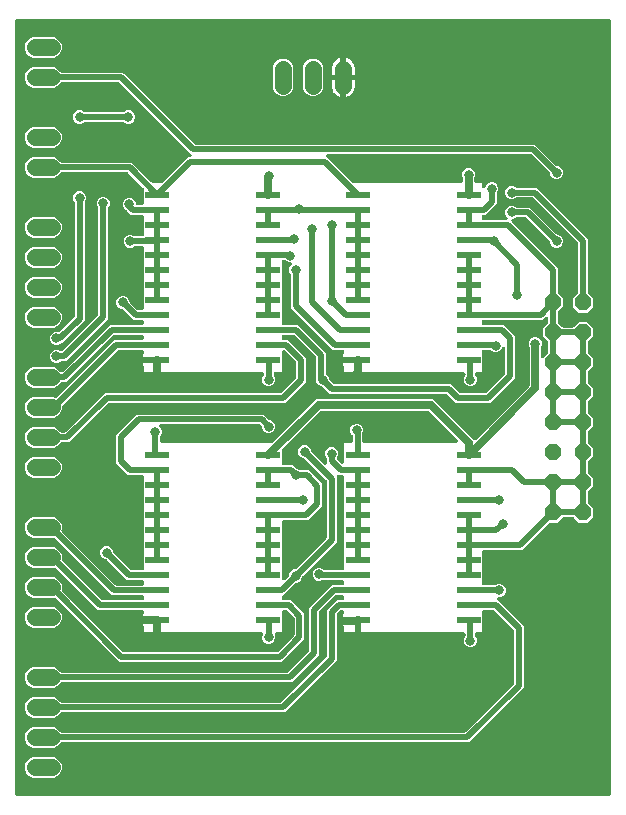
<source format=gbr>
G04 EAGLE Gerber RS-274X export*
G75*
%MOMM*%
%FSLAX34Y34*%
%LPD*%
%INTop Copper*%
%IPPOS*%
%AMOC8*
5,1,8,0,0,1.08239X$1,22.5*%
G01*
%ADD10R,2.000000X0.600000*%
%ADD11R,1.950000X0.550000*%
%ADD12C,1.422400*%
%ADD13P,1.539592X8X292.500000*%
%ADD14C,0.508000*%
%ADD15C,0.806400*%
%ADD16C,0.635000*%

G36*
X504978Y1528D02*
X504978Y1528D01*
X505004Y1526D01*
X505151Y1548D01*
X505298Y1565D01*
X505323Y1573D01*
X505349Y1577D01*
X505487Y1632D01*
X505626Y1682D01*
X505648Y1696D01*
X505673Y1706D01*
X505794Y1791D01*
X505919Y1871D01*
X505937Y1890D01*
X505959Y1905D01*
X506058Y2015D01*
X506161Y2122D01*
X506175Y2144D01*
X506192Y2164D01*
X506264Y2294D01*
X506340Y2421D01*
X506348Y2446D01*
X506361Y2469D01*
X506401Y2612D01*
X506446Y2753D01*
X506448Y2779D01*
X506456Y2804D01*
X506475Y3048D01*
X506475Y657352D01*
X506472Y657378D01*
X506474Y657404D01*
X506452Y657551D01*
X506435Y657698D01*
X506427Y657723D01*
X506423Y657749D01*
X506368Y657887D01*
X506318Y658026D01*
X506304Y658048D01*
X506294Y658073D01*
X506209Y658194D01*
X506129Y658319D01*
X506110Y658337D01*
X506095Y658359D01*
X505985Y658458D01*
X505878Y658561D01*
X505856Y658575D01*
X505836Y658592D01*
X505706Y658664D01*
X505579Y658740D01*
X505554Y658748D01*
X505531Y658761D01*
X505388Y658801D01*
X505247Y658846D01*
X505221Y658848D01*
X505196Y658856D01*
X504952Y658875D01*
X3048Y658875D01*
X3022Y658872D01*
X2996Y658874D01*
X2849Y658852D01*
X2702Y658835D01*
X2677Y658827D01*
X2651Y658823D01*
X2513Y658768D01*
X2374Y658718D01*
X2352Y658704D01*
X2327Y658694D01*
X2206Y658609D01*
X2081Y658529D01*
X2063Y658510D01*
X2041Y658495D01*
X1942Y658385D01*
X1839Y658278D01*
X1825Y658256D01*
X1808Y658236D01*
X1736Y658106D01*
X1660Y657979D01*
X1652Y657954D01*
X1639Y657931D01*
X1599Y657788D01*
X1554Y657647D01*
X1552Y657621D01*
X1544Y657596D01*
X1525Y657352D01*
X1525Y3048D01*
X1528Y3022D01*
X1526Y2996D01*
X1548Y2849D01*
X1565Y2702D01*
X1573Y2677D01*
X1577Y2651D01*
X1632Y2513D01*
X1682Y2374D01*
X1696Y2352D01*
X1706Y2327D01*
X1791Y2206D01*
X1871Y2081D01*
X1890Y2063D01*
X1905Y2041D01*
X2015Y1942D01*
X2122Y1839D01*
X2144Y1825D01*
X2164Y1808D01*
X2294Y1736D01*
X2421Y1660D01*
X2446Y1652D01*
X2469Y1639D01*
X2612Y1599D01*
X2753Y1554D01*
X2779Y1552D01*
X2804Y1544D01*
X3048Y1525D01*
X504952Y1525D01*
X504978Y1528D01*
G37*
%LPC*%
G36*
X16570Y42163D02*
X16570Y42163D01*
X13396Y43478D01*
X10966Y45908D01*
X9651Y49082D01*
X9651Y52518D01*
X10966Y55692D01*
X13396Y58122D01*
X16570Y59437D01*
X34230Y59437D01*
X37404Y58122D01*
X39848Y55678D01*
X39853Y55667D01*
X39909Y55586D01*
X39957Y55500D01*
X40008Y55444D01*
X40051Y55381D01*
X40124Y55315D01*
X40191Y55242D01*
X40254Y55199D01*
X40310Y55148D01*
X40396Y55100D01*
X40477Y55044D01*
X40548Y55016D01*
X40615Y54979D01*
X40710Y54952D01*
X40802Y54916D01*
X40877Y54905D01*
X40951Y54884D01*
X41100Y54872D01*
X41146Y54865D01*
X41165Y54867D01*
X41194Y54865D01*
X382241Y54865D01*
X382367Y54879D01*
X382493Y54886D01*
X382540Y54899D01*
X382588Y54905D01*
X382707Y54947D01*
X382828Y54982D01*
X382870Y55006D01*
X382916Y55022D01*
X383022Y55091D01*
X383132Y55152D01*
X383178Y55192D01*
X383208Y55211D01*
X383242Y55246D01*
X383318Y55311D01*
X423733Y95726D01*
X423812Y95825D01*
X423896Y95918D01*
X423920Y95961D01*
X423950Y95999D01*
X424004Y96113D01*
X424065Y96223D01*
X424078Y96270D01*
X424099Y96314D01*
X424125Y96437D01*
X424160Y96559D01*
X424165Y96620D01*
X424172Y96654D01*
X424171Y96702D01*
X424179Y96803D01*
X424179Y140941D01*
X424165Y141067D01*
X424158Y141193D01*
X424145Y141240D01*
X424139Y141288D01*
X424097Y141407D01*
X424062Y141528D01*
X424038Y141570D01*
X424022Y141616D01*
X423953Y141722D01*
X423892Y141832D01*
X423852Y141878D01*
X423833Y141908D01*
X423798Y141942D01*
X423733Y142018D01*
X407448Y158303D01*
X407349Y158382D01*
X407256Y158466D01*
X407213Y158490D01*
X407175Y158520D01*
X407061Y158574D01*
X406951Y158635D01*
X406904Y158648D01*
X406860Y158669D01*
X406737Y158695D01*
X406615Y158730D01*
X406554Y158735D01*
X406520Y158742D01*
X406472Y158741D01*
X406371Y158749D01*
X398606Y158749D01*
X398580Y158746D01*
X398554Y158748D01*
X398407Y158726D01*
X398260Y158709D01*
X398235Y158701D01*
X398209Y158697D01*
X398071Y158642D01*
X397932Y158592D01*
X397910Y158578D01*
X397885Y158568D01*
X397764Y158483D01*
X397639Y158403D01*
X397621Y158384D01*
X397599Y158369D01*
X397500Y158259D01*
X397397Y158152D01*
X397383Y158130D01*
X397366Y158110D01*
X397294Y157980D01*
X397218Y157853D01*
X397210Y157828D01*
X397197Y157805D01*
X397157Y157662D01*
X397112Y157521D01*
X397110Y157495D01*
X397102Y157470D01*
X397083Y157226D01*
X397083Y154401D01*
X397097Y154275D01*
X397104Y154149D01*
X397107Y154138D01*
X397107Y146087D01*
X397102Y146071D01*
X397097Y146011D01*
X397090Y145976D01*
X397091Y145928D01*
X397083Y145827D01*
X397083Y140007D01*
X396789Y139713D01*
X392684Y139713D01*
X392658Y139710D01*
X392632Y139712D01*
X392485Y139690D01*
X392338Y139673D01*
X392313Y139665D01*
X392287Y139661D01*
X392149Y139606D01*
X392010Y139556D01*
X391988Y139542D01*
X391963Y139532D01*
X391842Y139447D01*
X391717Y139367D01*
X391699Y139348D01*
X391677Y139333D01*
X391578Y139223D01*
X391475Y139116D01*
X391461Y139094D01*
X391444Y139074D01*
X391372Y138944D01*
X391296Y138817D01*
X391288Y138792D01*
X391275Y138769D01*
X391235Y138626D01*
X391190Y138485D01*
X391188Y138459D01*
X391180Y138434D01*
X391161Y138190D01*
X391161Y137013D01*
X391175Y136887D01*
X391182Y136761D01*
X391195Y136714D01*
X391201Y136666D01*
X391243Y136547D01*
X391278Y136426D01*
X391302Y136384D01*
X391318Y136338D01*
X391387Y136232D01*
X391448Y136122D01*
X391488Y136075D01*
X391507Y136045D01*
X391542Y136012D01*
X391607Y135936D01*
X391807Y135736D01*
X392653Y133693D01*
X392653Y131483D01*
X391807Y129440D01*
X390244Y127877D01*
X388201Y127031D01*
X385991Y127031D01*
X383948Y127877D01*
X382385Y129440D01*
X381539Y131483D01*
X381539Y133693D01*
X382385Y135736D01*
X382585Y135936D01*
X382664Y136035D01*
X382748Y136128D01*
X382772Y136171D01*
X382802Y136209D01*
X382856Y136323D01*
X382917Y136433D01*
X382930Y136480D01*
X382951Y136524D01*
X382977Y136647D01*
X383012Y136769D01*
X383017Y136830D01*
X383024Y136864D01*
X383023Y136912D01*
X383031Y137013D01*
X383031Y138190D01*
X383028Y138216D01*
X383030Y138242D01*
X383008Y138389D01*
X382991Y138536D01*
X382983Y138561D01*
X382979Y138587D01*
X382924Y138725D01*
X382874Y138864D01*
X382860Y138886D01*
X382850Y138911D01*
X382765Y139032D01*
X382685Y139157D01*
X382666Y139175D01*
X382651Y139197D01*
X382541Y139296D01*
X382434Y139399D01*
X382412Y139413D01*
X382392Y139430D01*
X382262Y139502D01*
X382135Y139578D01*
X382110Y139586D01*
X382087Y139599D01*
X381944Y139639D01*
X381803Y139684D01*
X381777Y139686D01*
X381752Y139694D01*
X381508Y139713D01*
X280375Y139713D01*
X280081Y140007D01*
X280081Y144391D01*
X280067Y144516D01*
X280060Y144642D01*
X280047Y144689D01*
X280041Y144737D01*
X279999Y144856D01*
X279964Y144977D01*
X279940Y145019D01*
X279924Y145065D01*
X279855Y145171D01*
X279794Y145281D01*
X279754Y145328D01*
X279735Y145358D01*
X279700Y145391D01*
X279635Y145468D01*
X279549Y145554D01*
X279214Y146133D01*
X279041Y146779D01*
X279041Y148678D01*
X279093Y148698D01*
X279232Y148748D01*
X279254Y148762D01*
X279279Y148772D01*
X279400Y148856D01*
X279525Y148937D01*
X279543Y148956D01*
X279565Y148971D01*
X279664Y149081D01*
X279767Y149188D01*
X279781Y149210D01*
X279798Y149230D01*
X279870Y149360D01*
X279946Y149487D01*
X279954Y149512D01*
X279967Y149535D01*
X280007Y149678D01*
X280052Y149819D01*
X280054Y149845D01*
X280062Y149870D01*
X280081Y150114D01*
X280078Y150140D01*
X280080Y150166D01*
X280058Y150313D01*
X280041Y150460D01*
X280033Y150485D01*
X280029Y150511D01*
X279974Y150649D01*
X279924Y150788D01*
X279910Y150811D01*
X279900Y150835D01*
X279815Y150956D01*
X279735Y151081D01*
X279716Y151100D01*
X279701Y151121D01*
X279591Y151220D01*
X279484Y151323D01*
X279462Y151337D01*
X279442Y151354D01*
X279312Y151426D01*
X279185Y151502D01*
X279160Y151510D01*
X279137Y151523D01*
X279041Y151550D01*
X279041Y153449D01*
X279214Y154095D01*
X279549Y154674D01*
X279635Y154760D01*
X279714Y154859D01*
X279798Y154953D01*
X279822Y154995D01*
X279852Y155033D01*
X279906Y155147D01*
X279967Y155258D01*
X279980Y155305D01*
X280001Y155348D01*
X280027Y155472D01*
X280062Y155594D01*
X280067Y155654D01*
X280074Y155689D01*
X280073Y155737D01*
X280081Y155837D01*
X280081Y157226D01*
X280078Y157252D01*
X280080Y157278D01*
X280058Y157425D01*
X280041Y157572D01*
X280033Y157597D01*
X280029Y157623D01*
X279974Y157761D01*
X279924Y157900D01*
X279910Y157922D01*
X279900Y157947D01*
X279815Y158068D01*
X279735Y158193D01*
X279716Y158211D01*
X279701Y158233D01*
X279591Y158332D01*
X279484Y158435D01*
X279462Y158449D01*
X279442Y158466D01*
X279312Y158538D01*
X279185Y158614D01*
X279160Y158622D01*
X279137Y158635D01*
X278994Y158675D01*
X278853Y158720D01*
X278827Y158722D01*
X278802Y158730D01*
X278558Y158749D01*
X277905Y158749D01*
X277779Y158735D01*
X277653Y158728D01*
X277606Y158715D01*
X277558Y158709D01*
X277439Y158667D01*
X277318Y158632D01*
X277276Y158608D01*
X277230Y158592D01*
X277124Y158523D01*
X277014Y158462D01*
X276968Y158422D01*
X276938Y158403D01*
X276904Y158368D01*
X276828Y158303D01*
X274259Y155734D01*
X274180Y155635D01*
X274096Y155542D01*
X274072Y155499D01*
X274042Y155461D01*
X273988Y155347D01*
X273927Y155237D01*
X273914Y155190D01*
X273893Y155146D01*
X273867Y155023D01*
X273832Y154901D01*
X273827Y154840D01*
X273820Y154806D01*
X273821Y154758D01*
X273813Y154657D01*
X273813Y115664D01*
X230284Y72135D01*
X41194Y72135D01*
X41119Y72127D01*
X41042Y72128D01*
X40946Y72107D01*
X40848Y72095D01*
X40776Y72070D01*
X40702Y72053D01*
X40613Y72011D01*
X40520Y71978D01*
X40456Y71936D01*
X40387Y71904D01*
X40310Y71842D01*
X40227Y71789D01*
X40174Y71734D01*
X40115Y71686D01*
X40054Y71609D01*
X39985Y71538D01*
X39946Y71473D01*
X39899Y71413D01*
X39856Y71330D01*
X37404Y68878D01*
X34230Y67563D01*
X16570Y67563D01*
X13396Y68878D01*
X10966Y71308D01*
X9651Y74482D01*
X9651Y77918D01*
X10966Y81092D01*
X13396Y83522D01*
X16570Y84837D01*
X34230Y84837D01*
X37404Y83522D01*
X39848Y81078D01*
X39853Y81067D01*
X39909Y80986D01*
X39957Y80900D01*
X40008Y80844D01*
X40051Y80781D01*
X40124Y80715D01*
X40191Y80642D01*
X40254Y80599D01*
X40310Y80548D01*
X40396Y80500D01*
X40477Y80444D01*
X40548Y80416D01*
X40615Y80379D01*
X40710Y80352D01*
X40802Y80316D01*
X40877Y80305D01*
X40951Y80284D01*
X41100Y80272D01*
X41146Y80265D01*
X41165Y80267D01*
X41194Y80265D01*
X226285Y80265D01*
X226411Y80279D01*
X226537Y80286D01*
X226584Y80299D01*
X226632Y80305D01*
X226751Y80347D01*
X226872Y80382D01*
X226914Y80406D01*
X226960Y80422D01*
X227066Y80491D01*
X227176Y80552D01*
X227222Y80592D01*
X227252Y80611D01*
X227286Y80646D01*
X227362Y80711D01*
X265237Y118586D01*
X265316Y118685D01*
X265400Y118778D01*
X265424Y118821D01*
X265454Y118859D01*
X265508Y118973D01*
X265569Y119083D01*
X265582Y119130D01*
X265603Y119174D01*
X265629Y119297D01*
X265664Y119419D01*
X265669Y119480D01*
X265676Y119514D01*
X265675Y119562D01*
X265683Y119663D01*
X265683Y158656D01*
X273906Y166879D01*
X278558Y166879D01*
X278584Y166882D01*
X278610Y166880D01*
X278757Y166902D01*
X278904Y166919D01*
X278929Y166927D01*
X278955Y166931D01*
X279093Y166986D01*
X279232Y167036D01*
X279254Y167050D01*
X279279Y167060D01*
X279400Y167145D01*
X279525Y167225D01*
X279543Y167244D01*
X279565Y167259D01*
X279664Y167369D01*
X279767Y167476D01*
X279781Y167498D01*
X279798Y167518D01*
X279870Y167648D01*
X279946Y167775D01*
X279954Y167800D01*
X279967Y167823D01*
X280007Y167966D01*
X280052Y168107D01*
X280054Y168133D01*
X280062Y168158D01*
X280081Y168402D01*
X280081Y169926D01*
X280078Y169952D01*
X280080Y169978D01*
X280058Y170125D01*
X280041Y170272D01*
X280033Y170297D01*
X280029Y170323D01*
X279974Y170461D01*
X279924Y170600D01*
X279910Y170622D01*
X279900Y170647D01*
X279815Y170768D01*
X279735Y170893D01*
X279716Y170911D01*
X279701Y170933D01*
X279591Y171032D01*
X279484Y171135D01*
X279462Y171149D01*
X279442Y171166D01*
X279312Y171238D01*
X279185Y171314D01*
X279160Y171322D01*
X279137Y171335D01*
X278994Y171375D01*
X278853Y171420D01*
X278827Y171422D01*
X278802Y171430D01*
X278558Y171449D01*
X273841Y171449D01*
X273715Y171435D01*
X273589Y171428D01*
X273542Y171415D01*
X273494Y171409D01*
X273375Y171367D01*
X273254Y171332D01*
X273212Y171308D01*
X273166Y171292D01*
X273060Y171223D01*
X272950Y171162D01*
X272904Y171122D01*
X272874Y171103D01*
X272840Y171068D01*
X272764Y171003D01*
X259019Y157258D01*
X258940Y157159D01*
X258856Y157066D01*
X258832Y157023D01*
X258802Y156985D01*
X258748Y156871D01*
X258687Y156761D01*
X258674Y156714D01*
X258653Y156670D01*
X258627Y156547D01*
X258592Y156425D01*
X258587Y156364D01*
X258580Y156330D01*
X258581Y156282D01*
X258573Y156181D01*
X258573Y120236D01*
X235872Y97535D01*
X41194Y97535D01*
X41119Y97527D01*
X41042Y97528D01*
X40946Y97507D01*
X40848Y97495D01*
X40776Y97470D01*
X40702Y97453D01*
X40613Y97411D01*
X40520Y97378D01*
X40456Y97336D01*
X40387Y97304D01*
X40310Y97242D01*
X40227Y97189D01*
X40174Y97134D01*
X40115Y97086D01*
X40054Y97009D01*
X39985Y96938D01*
X39946Y96873D01*
X39899Y96813D01*
X39856Y96730D01*
X37404Y94278D01*
X34230Y92963D01*
X16570Y92963D01*
X13396Y94278D01*
X10966Y96708D01*
X9651Y99882D01*
X9651Y103318D01*
X10966Y106492D01*
X13396Y108922D01*
X16570Y110237D01*
X34230Y110237D01*
X37404Y108922D01*
X39848Y106478D01*
X39853Y106467D01*
X39909Y106386D01*
X39957Y106300D01*
X40008Y106244D01*
X40051Y106181D01*
X40124Y106115D01*
X40191Y106042D01*
X40254Y105999D01*
X40310Y105948D01*
X40396Y105900D01*
X40477Y105844D01*
X40548Y105816D01*
X40615Y105779D01*
X40710Y105752D01*
X40802Y105716D01*
X40877Y105705D01*
X40951Y105684D01*
X41100Y105672D01*
X41146Y105665D01*
X41165Y105667D01*
X41194Y105665D01*
X231873Y105665D01*
X231999Y105679D01*
X232125Y105686D01*
X232172Y105699D01*
X232220Y105705D01*
X232339Y105747D01*
X232460Y105782D01*
X232502Y105806D01*
X232548Y105822D01*
X232654Y105891D01*
X232764Y105952D01*
X232810Y105992D01*
X232840Y106011D01*
X232874Y106046D01*
X232950Y106111D01*
X249997Y123158D01*
X250076Y123257D01*
X250160Y123350D01*
X250184Y123393D01*
X250214Y123431D01*
X250268Y123545D01*
X250329Y123655D01*
X250342Y123702D01*
X250363Y123746D01*
X250389Y123869D01*
X250424Y123991D01*
X250429Y124052D01*
X250436Y124086D01*
X250435Y124134D01*
X250443Y124235D01*
X250443Y160180D01*
X269842Y179579D01*
X278558Y179579D01*
X278584Y179582D01*
X278610Y179580D01*
X278757Y179602D01*
X278904Y179619D01*
X278929Y179627D01*
X278955Y179631D01*
X279093Y179686D01*
X279232Y179736D01*
X279254Y179750D01*
X279279Y179760D01*
X279400Y179845D01*
X279525Y179925D01*
X279543Y179944D01*
X279565Y179959D01*
X279664Y180069D01*
X279767Y180176D01*
X279781Y180198D01*
X279798Y180218D01*
X279870Y180348D01*
X279946Y180475D01*
X279954Y180500D01*
X279967Y180523D01*
X280007Y180666D01*
X280052Y180807D01*
X280054Y180833D01*
X280062Y180858D01*
X280081Y181102D01*
X280081Y182626D01*
X280078Y182652D01*
X280080Y182678D01*
X280058Y182825D01*
X280041Y182972D01*
X280033Y182997D01*
X280029Y183023D01*
X279974Y183161D01*
X279924Y183300D01*
X279910Y183322D01*
X279900Y183347D01*
X279815Y183468D01*
X279735Y183593D01*
X279716Y183611D01*
X279701Y183633D01*
X279591Y183732D01*
X279484Y183835D01*
X279462Y183849D01*
X279442Y183866D01*
X279312Y183938D01*
X279185Y184014D01*
X279160Y184022D01*
X279137Y184035D01*
X278994Y184075D01*
X278853Y184120D01*
X278827Y184122D01*
X278802Y184130D01*
X278558Y184149D01*
X262251Y184149D01*
X262249Y184149D01*
X262247Y184149D01*
X262076Y184129D01*
X261904Y184109D01*
X261902Y184109D01*
X261900Y184108D01*
X261668Y184033D01*
X260185Y183419D01*
X257975Y183419D01*
X255932Y184265D01*
X254369Y185828D01*
X253523Y187871D01*
X253523Y190081D01*
X254369Y192124D01*
X255932Y193687D01*
X257975Y194533D01*
X260185Y194533D01*
X262228Y193687D01*
X263190Y192725D01*
X263289Y192646D01*
X263382Y192562D01*
X263425Y192538D01*
X263463Y192508D01*
X263577Y192454D01*
X263687Y192393D01*
X263734Y192380D01*
X263778Y192359D01*
X263901Y192333D01*
X264023Y192298D01*
X264084Y192293D01*
X264118Y192286D01*
X264166Y192287D01*
X264267Y192279D01*
X278558Y192279D01*
X278584Y192282D01*
X278610Y192280D01*
X278757Y192302D01*
X278904Y192319D01*
X278929Y192327D01*
X278955Y192331D01*
X279093Y192386D01*
X279232Y192436D01*
X279254Y192450D01*
X279279Y192460D01*
X279400Y192545D01*
X279525Y192625D01*
X279543Y192644D01*
X279565Y192659D01*
X279664Y192769D01*
X279767Y192876D01*
X279781Y192898D01*
X279798Y192918D01*
X279870Y193048D01*
X279946Y193175D01*
X279954Y193200D01*
X279967Y193223D01*
X280007Y193366D01*
X280052Y193507D01*
X280054Y193533D01*
X280062Y193558D01*
X280081Y193802D01*
X280081Y196627D01*
X280067Y196753D01*
X280060Y196879D01*
X280057Y196890D01*
X280057Y204941D01*
X280062Y204957D01*
X280067Y205017D01*
X280074Y205052D01*
X280073Y205100D01*
X280081Y205201D01*
X280081Y209327D01*
X280067Y209453D01*
X280060Y209579D01*
X280057Y209590D01*
X280057Y217641D01*
X280062Y217657D01*
X280067Y217717D01*
X280074Y217752D01*
X280073Y217800D01*
X280081Y217901D01*
X280081Y222027D01*
X280067Y222153D01*
X280060Y222279D01*
X280057Y222290D01*
X280057Y230341D01*
X280062Y230357D01*
X280067Y230417D01*
X280074Y230452D01*
X280073Y230500D01*
X280081Y230601D01*
X280081Y234727D01*
X280067Y234853D01*
X280060Y234979D01*
X280057Y234990D01*
X280057Y243041D01*
X280062Y243057D01*
X280067Y243117D01*
X280074Y243152D01*
X280073Y243200D01*
X280081Y243301D01*
X280081Y247427D01*
X280067Y247553D01*
X280060Y247679D01*
X280057Y247690D01*
X280057Y255741D01*
X280062Y255757D01*
X280067Y255817D01*
X280074Y255852D01*
X280073Y255900D01*
X280081Y256001D01*
X280081Y260127D01*
X280067Y260253D01*
X280060Y260379D01*
X280057Y260390D01*
X280057Y268441D01*
X280062Y268457D01*
X280067Y268517D01*
X280074Y268552D01*
X280073Y268600D01*
X280081Y268701D01*
X280081Y271526D01*
X280078Y271552D01*
X280080Y271578D01*
X280058Y271725D01*
X280041Y271872D01*
X280033Y271897D01*
X280029Y271923D01*
X279974Y272061D01*
X279924Y272200D01*
X279910Y272222D01*
X279900Y272247D01*
X279815Y272368D01*
X279735Y272493D01*
X279716Y272511D01*
X279701Y272533D01*
X279591Y272632D01*
X279484Y272735D01*
X279462Y272749D01*
X279442Y272766D01*
X279312Y272838D01*
X279185Y272914D01*
X279160Y272922D01*
X279137Y272935D01*
X278994Y272975D01*
X278853Y273020D01*
X278827Y273022D01*
X278802Y273030D01*
X278558Y273049D01*
X275336Y273049D01*
X275310Y273046D01*
X275284Y273048D01*
X275137Y273026D01*
X274990Y273009D01*
X274965Y273001D01*
X274939Y272997D01*
X274801Y272942D01*
X274662Y272892D01*
X274640Y272878D01*
X274615Y272868D01*
X274494Y272783D01*
X274369Y272703D01*
X274351Y272684D01*
X274329Y272669D01*
X274230Y272559D01*
X274127Y272452D01*
X274113Y272430D01*
X274096Y272410D01*
X274024Y272280D01*
X273948Y272153D01*
X273940Y272128D01*
X273927Y272105D01*
X273887Y271962D01*
X273842Y271821D01*
X273840Y271795D01*
X273832Y271770D01*
X273813Y271526D01*
X273813Y216248D01*
X245271Y187706D01*
X245192Y187607D01*
X245108Y187514D01*
X245084Y187471D01*
X245054Y187433D01*
X245000Y187319D01*
X244939Y187209D01*
X244926Y187162D01*
X244905Y187118D01*
X244879Y186995D01*
X244844Y186873D01*
X244839Y186812D01*
X244832Y186778D01*
X244833Y186730D01*
X244825Y186629D01*
X244825Y186347D01*
X243979Y184304D01*
X242416Y182741D01*
X240373Y181895D01*
X240091Y181895D01*
X239965Y181881D01*
X239839Y181874D01*
X239792Y181861D01*
X239744Y181855D01*
X239625Y181813D01*
X239504Y181778D01*
X239462Y181754D01*
X239416Y181738D01*
X239310Y181669D01*
X239200Y181608D01*
X239153Y181568D01*
X239123Y181549D01*
X239090Y181514D01*
X239014Y181449D01*
X228991Y171427D01*
X228989Y171426D01*
X228842Y171409D01*
X228817Y171401D01*
X228791Y171397D01*
X228653Y171342D01*
X228514Y171292D01*
X228492Y171278D01*
X228467Y171268D01*
X228346Y171183D01*
X228221Y171103D01*
X228203Y171084D01*
X228181Y171069D01*
X228082Y170959D01*
X227979Y170852D01*
X227965Y170830D01*
X227948Y170810D01*
X227876Y170680D01*
X227800Y170553D01*
X227792Y170528D01*
X227779Y170505D01*
X227739Y170362D01*
X227694Y170221D01*
X227692Y170195D01*
X227684Y170170D01*
X227665Y169926D01*
X227665Y168402D01*
X227668Y168376D01*
X227666Y168350D01*
X227688Y168203D01*
X227705Y168056D01*
X227713Y168031D01*
X227717Y168005D01*
X227772Y167867D01*
X227822Y167728D01*
X227836Y167706D01*
X227846Y167681D01*
X227931Y167560D01*
X228011Y167435D01*
X228030Y167417D01*
X228045Y167395D01*
X228155Y167296D01*
X228262Y167193D01*
X228284Y167179D01*
X228304Y167162D01*
X228434Y167090D01*
X228561Y167014D01*
X228586Y167006D01*
X228609Y166993D01*
X228752Y166953D01*
X228893Y166908D01*
X228919Y166906D01*
X228944Y166898D01*
X229188Y166879D01*
X235110Y166879D01*
X246381Y155608D01*
X246381Y133952D01*
X243554Y131125D01*
X230063Y117634D01*
X227236Y114807D01*
X89756Y114807D01*
X86929Y117634D01*
X35777Y168786D01*
X35717Y168834D01*
X35664Y168889D01*
X35581Y168942D01*
X35504Y169003D01*
X35435Y169036D01*
X35371Y169077D01*
X35278Y169110D01*
X35189Y169152D01*
X35114Y169168D01*
X35042Y169194D01*
X34945Y169205D01*
X34848Y169225D01*
X34772Y169224D01*
X34696Y169233D01*
X34598Y169221D01*
X34500Y169219D01*
X34426Y169201D01*
X34350Y169192D01*
X34262Y169163D01*
X16570Y169163D01*
X13396Y170478D01*
X10966Y172908D01*
X9651Y176082D01*
X9651Y179518D01*
X10966Y182692D01*
X13396Y185122D01*
X16570Y186437D01*
X34230Y186437D01*
X37404Y185122D01*
X39834Y182692D01*
X41149Y179518D01*
X41149Y176062D01*
X41144Y176051D01*
X41127Y175954D01*
X41100Y175860D01*
X41096Y175783D01*
X41083Y175708D01*
X41088Y175610D01*
X41083Y175512D01*
X41097Y175436D01*
X41100Y175360D01*
X41128Y175266D01*
X41145Y175169D01*
X41176Y175099D01*
X41197Y175025D01*
X41245Y174939D01*
X41284Y174849D01*
X41330Y174788D01*
X41367Y174721D01*
X41464Y174607D01*
X41492Y174569D01*
X41507Y174557D01*
X41526Y174535D01*
X92678Y123383D01*
X92777Y123304D01*
X92870Y123220D01*
X92913Y123196D01*
X92951Y123166D01*
X93065Y123112D01*
X93175Y123051D01*
X93222Y123038D01*
X93266Y123017D01*
X93389Y122991D01*
X93511Y122956D01*
X93572Y122951D01*
X93606Y122944D01*
X93654Y122945D01*
X93755Y122937D01*
X223237Y122937D01*
X223363Y122951D01*
X223489Y122958D01*
X223536Y122971D01*
X223584Y122977D01*
X223703Y123019D01*
X223824Y123054D01*
X223866Y123078D01*
X223912Y123094D01*
X224018Y123163D01*
X224128Y123224D01*
X224175Y123264D01*
X224205Y123283D01*
X224238Y123318D01*
X224314Y123383D01*
X237805Y136874D01*
X237884Y136973D01*
X237968Y137066D01*
X237992Y137109D01*
X238022Y137147D01*
X238076Y137261D01*
X238137Y137371D01*
X238150Y137418D01*
X238171Y137462D01*
X238197Y137585D01*
X238232Y137707D01*
X238237Y137768D01*
X238244Y137802D01*
X238243Y137850D01*
X238251Y137951D01*
X238251Y151609D01*
X238237Y151735D01*
X238230Y151861D01*
X238217Y151908D01*
X238211Y151956D01*
X238169Y152075D01*
X238134Y152196D01*
X238110Y152238D01*
X238094Y152284D01*
X238025Y152390D01*
X237964Y152500D01*
X237924Y152546D01*
X237905Y152576D01*
X237870Y152610D01*
X237805Y152686D01*
X232188Y158303D01*
X232089Y158382D01*
X231996Y158466D01*
X231953Y158490D01*
X231915Y158520D01*
X231801Y158574D01*
X231691Y158635D01*
X231644Y158648D01*
X231600Y158669D01*
X231477Y158695D01*
X231355Y158730D01*
X231294Y158735D01*
X231260Y158742D01*
X231212Y158741D01*
X231111Y158749D01*
X229188Y158749D01*
X229162Y158746D01*
X229136Y158748D01*
X228989Y158726D01*
X228842Y158709D01*
X228817Y158701D01*
X228791Y158697D01*
X228653Y158642D01*
X228514Y158592D01*
X228492Y158578D01*
X228467Y158568D01*
X228346Y158483D01*
X228221Y158403D01*
X228203Y158384D01*
X228181Y158369D01*
X228082Y158259D01*
X227979Y158152D01*
X227965Y158130D01*
X227948Y158110D01*
X227876Y157980D01*
X227800Y157853D01*
X227792Y157828D01*
X227779Y157805D01*
X227739Y157662D01*
X227694Y157521D01*
X227692Y157495D01*
X227684Y157470D01*
X227665Y157226D01*
X227665Y154400D01*
X227679Y154274D01*
X227686Y154148D01*
X227689Y154138D01*
X227689Y146087D01*
X227684Y146071D01*
X227680Y146011D01*
X227672Y145977D01*
X227673Y145929D01*
X227665Y145828D01*
X227665Y140007D01*
X227371Y139713D01*
X223013Y139713D01*
X222865Y139696D01*
X222714Y139684D01*
X222691Y139676D01*
X222667Y139673D01*
X222526Y139623D01*
X222383Y139577D01*
X222362Y139564D01*
X222339Y139556D01*
X222213Y139474D01*
X222084Y139397D01*
X222067Y139380D01*
X222046Y139367D01*
X221942Y139259D01*
X221834Y139154D01*
X221821Y139134D01*
X221804Y139116D01*
X221727Y138987D01*
X221646Y138861D01*
X221638Y138838D01*
X221625Y138817D01*
X221579Y138674D01*
X221529Y138532D01*
X221526Y138508D01*
X221519Y138485D01*
X221507Y138336D01*
X221490Y138186D01*
X221493Y138162D01*
X221491Y138138D01*
X221513Y137989D01*
X221531Y137840D01*
X221540Y137812D01*
X221543Y137793D01*
X221560Y137749D01*
X221606Y137607D01*
X221965Y136741D01*
X221965Y134531D01*
X221119Y132488D01*
X219556Y130925D01*
X217513Y130079D01*
X215303Y130079D01*
X213260Y130925D01*
X211697Y132488D01*
X210851Y134531D01*
X210851Y136741D01*
X211210Y137607D01*
X211251Y137752D01*
X211297Y137895D01*
X211299Y137919D01*
X211306Y137942D01*
X211313Y138093D01*
X211325Y138242D01*
X211321Y138266D01*
X211323Y138290D01*
X211296Y138438D01*
X211273Y138587D01*
X211264Y138609D01*
X211260Y138633D01*
X211200Y138771D01*
X211145Y138911D01*
X211131Y138931D01*
X211121Y138953D01*
X211031Y139074D01*
X210946Y139197D01*
X210928Y139213D01*
X210913Y139233D01*
X210798Y139330D01*
X210687Y139430D01*
X210666Y139442D01*
X210647Y139458D01*
X210514Y139526D01*
X210382Y139599D01*
X210358Y139605D01*
X210337Y139616D01*
X210191Y139653D01*
X210046Y139694D01*
X210017Y139696D01*
X209999Y139701D01*
X209952Y139701D01*
X209803Y139713D01*
X110957Y139713D01*
X110663Y140007D01*
X110663Y144391D01*
X110649Y144516D01*
X110642Y144643D01*
X110629Y144689D01*
X110623Y144737D01*
X110581Y144856D01*
X110546Y144977D01*
X110522Y145019D01*
X110506Y145065D01*
X110437Y145171D01*
X110376Y145282D01*
X110336Y145328D01*
X110317Y145358D01*
X110282Y145391D01*
X110217Y145468D01*
X110131Y145554D01*
X109796Y146133D01*
X109623Y146779D01*
X109623Y148678D01*
X109675Y148698D01*
X109814Y148748D01*
X109836Y148762D01*
X109861Y148772D01*
X109982Y148856D01*
X110107Y148937D01*
X110125Y148956D01*
X110147Y148971D01*
X110246Y149081D01*
X110349Y149188D01*
X110363Y149210D01*
X110380Y149230D01*
X110452Y149360D01*
X110528Y149487D01*
X110536Y149512D01*
X110549Y149535D01*
X110589Y149678D01*
X110634Y149819D01*
X110636Y149845D01*
X110644Y149870D01*
X110663Y150114D01*
X110660Y150140D01*
X110662Y150166D01*
X110640Y150313D01*
X110623Y150460D01*
X110615Y150485D01*
X110611Y150511D01*
X110556Y150649D01*
X110506Y150788D01*
X110492Y150811D01*
X110482Y150835D01*
X110397Y150956D01*
X110317Y151081D01*
X110298Y151100D01*
X110283Y151121D01*
X110173Y151220D01*
X110066Y151323D01*
X110044Y151337D01*
X110024Y151354D01*
X109894Y151426D01*
X109767Y151502D01*
X109742Y151510D01*
X109719Y151523D01*
X109623Y151550D01*
X109623Y153449D01*
X109796Y154095D01*
X110131Y154674D01*
X110217Y154760D01*
X110296Y154859D01*
X110380Y154953D01*
X110404Y154995D01*
X110434Y155033D01*
X110488Y155147D01*
X110549Y155258D01*
X110562Y155305D01*
X110583Y155348D01*
X110609Y155472D01*
X110644Y155594D01*
X110649Y155654D01*
X110656Y155689D01*
X110655Y155737D01*
X110663Y155837D01*
X110663Y157226D01*
X110660Y157252D01*
X110662Y157278D01*
X110640Y157425D01*
X110623Y157572D01*
X110615Y157597D01*
X110611Y157623D01*
X110556Y157761D01*
X110506Y157900D01*
X110492Y157922D01*
X110482Y157947D01*
X110397Y158068D01*
X110317Y158193D01*
X110298Y158211D01*
X110283Y158233D01*
X110173Y158332D01*
X110066Y158435D01*
X110044Y158449D01*
X110024Y158466D01*
X109894Y158538D01*
X109767Y158614D01*
X109742Y158622D01*
X109719Y158635D01*
X109576Y158675D01*
X109435Y158720D01*
X109409Y158722D01*
X109384Y158730D01*
X109140Y158749D01*
X99104Y158749D01*
X99073Y158774D01*
X98959Y158828D01*
X98849Y158889D01*
X98802Y158902D01*
X98758Y158923D01*
X98635Y158949D01*
X98513Y158984D01*
X98452Y158989D01*
X98418Y158996D01*
X98370Y158995D01*
X98269Y159003D01*
X71468Y159003D01*
X36136Y194335D01*
X36077Y194383D01*
X36023Y194438D01*
X35940Y194491D01*
X35863Y194552D01*
X35794Y194584D01*
X35730Y194626D01*
X35637Y194659D01*
X35548Y194701D01*
X35474Y194717D01*
X35402Y194742D01*
X35304Y194753D01*
X35208Y194774D01*
X35131Y194773D01*
X35055Y194781D01*
X34957Y194770D01*
X34859Y194768D01*
X34785Y194749D01*
X34709Y194741D01*
X34567Y194695D01*
X34521Y194683D01*
X34504Y194674D01*
X34476Y194665D01*
X34230Y194563D01*
X16570Y194563D01*
X13396Y195878D01*
X10966Y198308D01*
X9651Y201482D01*
X9651Y204918D01*
X10966Y208092D01*
X13396Y210522D01*
X16570Y211837D01*
X34230Y211837D01*
X37404Y210522D01*
X39834Y208092D01*
X41149Y204918D01*
X41149Y201451D01*
X41163Y201325D01*
X41170Y201199D01*
X41183Y201152D01*
X41189Y201104D01*
X41231Y200985D01*
X41266Y200864D01*
X41290Y200822D01*
X41306Y200776D01*
X41375Y200670D01*
X41436Y200560D01*
X41476Y200513D01*
X41495Y200483D01*
X41530Y200450D01*
X41595Y200374D01*
X74390Y167579D01*
X74489Y167500D01*
X74582Y167416D01*
X74625Y167392D01*
X74663Y167362D01*
X74777Y167308D01*
X74887Y167247D01*
X74934Y167234D01*
X74978Y167213D01*
X75101Y167187D01*
X75223Y167152D01*
X75284Y167147D01*
X75318Y167140D01*
X75366Y167141D01*
X75467Y167133D01*
X102318Y167133D01*
X102349Y167108D01*
X102463Y167054D01*
X102573Y166993D01*
X102620Y166980D01*
X102664Y166959D01*
X102787Y166933D01*
X102909Y166898D01*
X102970Y166893D01*
X103004Y166886D01*
X103052Y166887D01*
X103153Y166879D01*
X109140Y166879D01*
X109166Y166882D01*
X109192Y166880D01*
X109339Y166902D01*
X109486Y166919D01*
X109511Y166927D01*
X109537Y166931D01*
X109675Y166986D01*
X109814Y167036D01*
X109836Y167050D01*
X109861Y167060D01*
X109982Y167145D01*
X110107Y167225D01*
X110125Y167244D01*
X110147Y167259D01*
X110246Y167369D01*
X110349Y167476D01*
X110363Y167498D01*
X110380Y167518D01*
X110452Y167648D01*
X110528Y167775D01*
X110536Y167800D01*
X110549Y167823D01*
X110589Y167966D01*
X110634Y168107D01*
X110636Y168133D01*
X110644Y168158D01*
X110663Y168402D01*
X110663Y169672D01*
X110660Y169698D01*
X110662Y169724D01*
X110640Y169871D01*
X110623Y170018D01*
X110615Y170043D01*
X110611Y170069D01*
X110556Y170207D01*
X110506Y170346D01*
X110492Y170368D01*
X110482Y170393D01*
X110397Y170514D01*
X110317Y170639D01*
X110298Y170657D01*
X110283Y170679D01*
X110173Y170778D01*
X110066Y170881D01*
X110044Y170895D01*
X110024Y170912D01*
X109894Y170984D01*
X109767Y171060D01*
X109742Y171068D01*
X109719Y171081D01*
X109576Y171121D01*
X109435Y171166D01*
X109409Y171168D01*
X109384Y171176D01*
X109140Y171195D01*
X83660Y171195D01*
X35338Y219517D01*
X35239Y219596D01*
X35146Y219680D01*
X35103Y219704D01*
X35065Y219734D01*
X34951Y219788D01*
X34841Y219849D01*
X34794Y219862D01*
X34750Y219883D01*
X34627Y219909D01*
X34505Y219944D01*
X34444Y219949D01*
X34410Y219956D01*
X34362Y219955D01*
X34261Y219963D01*
X16570Y219963D01*
X13396Y221278D01*
X10966Y223708D01*
X9651Y226882D01*
X9651Y230318D01*
X10966Y233492D01*
X13396Y235922D01*
X16570Y237237D01*
X34230Y237237D01*
X37404Y235922D01*
X39834Y233492D01*
X41149Y230318D01*
X41149Y226882D01*
X41047Y226636D01*
X41026Y226562D01*
X40995Y226492D01*
X40978Y226395D01*
X40951Y226300D01*
X40947Y226224D01*
X40934Y226149D01*
X40939Y226051D01*
X40934Y225952D01*
X40948Y225877D01*
X40952Y225801D01*
X40979Y225706D01*
X40997Y225610D01*
X41027Y225539D01*
X41048Y225466D01*
X41096Y225380D01*
X41135Y225290D01*
X41181Y225229D01*
X41218Y225162D01*
X41315Y225048D01*
X41343Y225010D01*
X41358Y224998D01*
X41377Y224976D01*
X86582Y179771D01*
X86681Y179692D01*
X86774Y179608D01*
X86817Y179584D01*
X86855Y179554D01*
X86969Y179500D01*
X87079Y179439D01*
X87126Y179426D01*
X87170Y179405D01*
X87293Y179379D01*
X87415Y179344D01*
X87476Y179339D01*
X87510Y179332D01*
X87558Y179333D01*
X87659Y179325D01*
X109140Y179325D01*
X109166Y179328D01*
X109192Y179326D01*
X109339Y179348D01*
X109486Y179365D01*
X109511Y179373D01*
X109537Y179377D01*
X109675Y179432D01*
X109814Y179482D01*
X109836Y179496D01*
X109861Y179506D01*
X109982Y179591D01*
X110107Y179671D01*
X110125Y179690D01*
X110147Y179705D01*
X110246Y179815D01*
X110349Y179922D01*
X110363Y179944D01*
X110380Y179964D01*
X110452Y180094D01*
X110528Y180221D01*
X110536Y180246D01*
X110549Y180269D01*
X110589Y180412D01*
X110634Y180553D01*
X110636Y180579D01*
X110644Y180604D01*
X110663Y180848D01*
X110663Y182626D01*
X110660Y182652D01*
X110662Y182678D01*
X110640Y182825D01*
X110623Y182972D01*
X110615Y182997D01*
X110611Y183023D01*
X110556Y183161D01*
X110506Y183300D01*
X110492Y183322D01*
X110482Y183347D01*
X110397Y183468D01*
X110317Y183593D01*
X110298Y183611D01*
X110283Y183633D01*
X110173Y183732D01*
X110066Y183835D01*
X110044Y183849D01*
X110024Y183866D01*
X109894Y183938D01*
X109767Y184014D01*
X109742Y184022D01*
X109719Y184035D01*
X109576Y184075D01*
X109435Y184120D01*
X109409Y184122D01*
X109384Y184130D01*
X109140Y184149D01*
X96614Y184149D01*
X79502Y201261D01*
X79403Y201340D01*
X79310Y201424D01*
X79267Y201448D01*
X79229Y201478D01*
X79115Y201532D01*
X79005Y201593D01*
X78958Y201606D01*
X78914Y201627D01*
X78791Y201653D01*
X78669Y201688D01*
X78608Y201693D01*
X78574Y201700D01*
X78526Y201699D01*
X78425Y201707D01*
X78143Y201707D01*
X76100Y202553D01*
X74537Y204116D01*
X73691Y206159D01*
X73691Y208369D01*
X74537Y210412D01*
X76100Y211975D01*
X78143Y212821D01*
X80353Y212821D01*
X82396Y211975D01*
X83959Y210412D01*
X84805Y208369D01*
X84805Y208087D01*
X84819Y207961D01*
X84826Y207835D01*
X84839Y207788D01*
X84845Y207740D01*
X84887Y207621D01*
X84922Y207500D01*
X84946Y207458D01*
X84962Y207412D01*
X85031Y207306D01*
X85092Y207196D01*
X85132Y207150D01*
X85151Y207120D01*
X85186Y207086D01*
X85251Y207010D01*
X99536Y192725D01*
X99635Y192646D01*
X99728Y192562D01*
X99771Y192538D01*
X99809Y192508D01*
X99923Y192454D01*
X100033Y192393D01*
X100080Y192380D01*
X100124Y192359D01*
X100247Y192333D01*
X100369Y192298D01*
X100430Y192293D01*
X100464Y192286D01*
X100512Y192287D01*
X100613Y192279D01*
X109140Y192279D01*
X109166Y192282D01*
X109192Y192280D01*
X109339Y192302D01*
X109486Y192319D01*
X109511Y192327D01*
X109537Y192331D01*
X109675Y192386D01*
X109814Y192436D01*
X109836Y192450D01*
X109861Y192460D01*
X109982Y192545D01*
X110107Y192625D01*
X110125Y192644D01*
X110147Y192659D01*
X110246Y192769D01*
X110349Y192876D01*
X110363Y192898D01*
X110380Y192918D01*
X110452Y193048D01*
X110528Y193175D01*
X110536Y193200D01*
X110549Y193223D01*
X110589Y193366D01*
X110634Y193507D01*
X110636Y193533D01*
X110644Y193558D01*
X110663Y193802D01*
X110663Y196627D01*
X110649Y196753D01*
X110642Y196879D01*
X110639Y196890D01*
X110639Y204941D01*
X110644Y204957D01*
X110649Y205017D01*
X110656Y205052D01*
X110655Y205100D01*
X110663Y205201D01*
X110663Y209327D01*
X110649Y209453D01*
X110642Y209579D01*
X110639Y209590D01*
X110639Y217641D01*
X110644Y217657D01*
X110649Y217717D01*
X110656Y217752D01*
X110655Y217800D01*
X110663Y217901D01*
X110663Y222027D01*
X110649Y222153D01*
X110642Y222279D01*
X110639Y222290D01*
X110639Y230341D01*
X110644Y230357D01*
X110649Y230417D01*
X110656Y230452D01*
X110655Y230500D01*
X110663Y230601D01*
X110663Y234727D01*
X110649Y234853D01*
X110642Y234979D01*
X110639Y234990D01*
X110639Y243041D01*
X110644Y243057D01*
X110649Y243117D01*
X110656Y243152D01*
X110655Y243200D01*
X110663Y243301D01*
X110663Y247427D01*
X110649Y247553D01*
X110642Y247679D01*
X110639Y247690D01*
X110639Y255741D01*
X110644Y255757D01*
X110649Y255817D01*
X110656Y255852D01*
X110655Y255900D01*
X110663Y256001D01*
X110663Y260127D01*
X110649Y260253D01*
X110642Y260379D01*
X110639Y260390D01*
X110639Y268441D01*
X110644Y268457D01*
X110649Y268517D01*
X110656Y268552D01*
X110655Y268600D01*
X110663Y268701D01*
X110663Y271526D01*
X110660Y271552D01*
X110662Y271578D01*
X110640Y271725D01*
X110623Y271872D01*
X110615Y271897D01*
X110611Y271923D01*
X110556Y272061D01*
X110506Y272200D01*
X110492Y272222D01*
X110482Y272247D01*
X110397Y272368D01*
X110317Y272493D01*
X110298Y272511D01*
X110283Y272533D01*
X110173Y272632D01*
X110066Y272735D01*
X110044Y272749D01*
X110024Y272766D01*
X109894Y272838D01*
X109767Y272914D01*
X109742Y272922D01*
X109719Y272935D01*
X109576Y272975D01*
X109435Y273020D01*
X109409Y273022D01*
X109384Y273030D01*
X109140Y273049D01*
X97630Y273049D01*
X87375Y283304D01*
X87375Y306484D01*
X104996Y324105D01*
X211996Y324105D01*
X214823Y321278D01*
X216154Y319947D01*
X216253Y319868D01*
X216346Y319784D01*
X216389Y319760D01*
X216427Y319730D01*
X216541Y319676D01*
X216651Y319615D01*
X216698Y319602D01*
X216742Y319581D01*
X216865Y319555D01*
X216987Y319520D01*
X217048Y319515D01*
X217082Y319508D01*
X217130Y319509D01*
X217231Y319501D01*
X217513Y319501D01*
X219556Y318655D01*
X221119Y317092D01*
X221965Y315049D01*
X221965Y312839D01*
X221119Y310796D01*
X219556Y309233D01*
X217513Y308387D01*
X215303Y308387D01*
X213260Y309233D01*
X211697Y310796D01*
X210851Y312839D01*
X210851Y313121D01*
X210837Y313247D01*
X210830Y313373D01*
X210817Y313420D01*
X210811Y313468D01*
X210769Y313587D01*
X210734Y313708D01*
X210710Y313750D01*
X210694Y313796D01*
X210625Y313902D01*
X210564Y314012D01*
X210524Y314059D01*
X210505Y314089D01*
X210470Y314122D01*
X210405Y314198D01*
X209074Y315529D01*
X208975Y315608D01*
X208882Y315692D01*
X208839Y315716D01*
X208801Y315746D01*
X208687Y315800D01*
X208577Y315861D01*
X208530Y315874D01*
X208486Y315895D01*
X208363Y315921D01*
X208241Y315956D01*
X208180Y315961D01*
X208146Y315968D01*
X208098Y315967D01*
X207997Y315975D01*
X125329Y315975D01*
X125229Y315964D01*
X125128Y315962D01*
X125056Y315944D01*
X124982Y315935D01*
X124888Y315901D01*
X124790Y315877D01*
X124724Y315843D01*
X124654Y315818D01*
X124570Y315763D01*
X124481Y315717D01*
X124424Y315669D01*
X124361Y315629D01*
X124292Y315557D01*
X124215Y315492D01*
X124171Y315432D01*
X124119Y315378D01*
X124068Y315292D01*
X124008Y315211D01*
X123979Y315143D01*
X123940Y315079D01*
X123910Y314983D01*
X123870Y314891D01*
X123857Y314818D01*
X123834Y314747D01*
X123826Y314647D01*
X123808Y314548D01*
X123812Y314474D01*
X123806Y314400D01*
X123821Y314300D01*
X123826Y314200D01*
X123847Y314129D01*
X123858Y314055D01*
X123895Y313962D01*
X123923Y313865D01*
X123959Y313800D01*
X123987Y313731D01*
X124044Y313649D01*
X124093Y313561D01*
X124158Y313485D01*
X124186Y313445D01*
X124212Y313421D01*
X124251Y313375D01*
X125107Y312520D01*
X125953Y310477D01*
X125953Y308267D01*
X125107Y306224D01*
X124907Y306024D01*
X124828Y305925D01*
X124744Y305832D01*
X124720Y305789D01*
X124690Y305751D01*
X124636Y305637D01*
X124575Y305527D01*
X124562Y305480D01*
X124541Y305436D01*
X124515Y305313D01*
X124480Y305191D01*
X124475Y305130D01*
X124468Y305096D01*
X124469Y305048D01*
X124461Y304947D01*
X124461Y301738D01*
X124464Y301712D01*
X124462Y301686D01*
X124484Y301539D01*
X124501Y301392D01*
X124509Y301367D01*
X124513Y301341D01*
X124568Y301203D01*
X124618Y301064D01*
X124632Y301042D01*
X124642Y301017D01*
X124727Y300896D01*
X124807Y300771D01*
X124826Y300753D01*
X124841Y300731D01*
X124951Y300632D01*
X125058Y300529D01*
X125080Y300515D01*
X125100Y300498D01*
X125230Y300426D01*
X125357Y300350D01*
X125382Y300342D01*
X125405Y300329D01*
X125548Y300289D01*
X125689Y300244D01*
X125715Y300242D01*
X125740Y300234D01*
X125984Y300215D01*
X219287Y300215D01*
X219413Y300229D01*
X219539Y300236D01*
X219586Y300249D01*
X219634Y300255D01*
X219753Y300297D01*
X219874Y300332D01*
X219916Y300356D01*
X219962Y300372D01*
X220068Y300441D01*
X220178Y300502D01*
X220224Y300542D01*
X220254Y300561D01*
X220288Y300596D01*
X220364Y300661D01*
X255920Y336216D01*
X257647Y336932D01*
X354503Y336932D01*
X356230Y336216D01*
X389707Y302740D01*
X389727Y302723D01*
X389744Y302703D01*
X389864Y302615D01*
X389980Y302523D01*
X390004Y302512D01*
X390025Y302496D01*
X390161Y302437D01*
X390295Y302374D01*
X390321Y302368D01*
X390345Y302358D01*
X390491Y302332D01*
X390636Y302301D01*
X390662Y302301D01*
X390688Y302296D01*
X390836Y302304D01*
X390984Y302307D01*
X391010Y302313D01*
X391036Y302314D01*
X391178Y302355D01*
X391322Y302392D01*
X391345Y302404D01*
X391371Y302411D01*
X391500Y302483D01*
X391632Y302551D01*
X391652Y302568D01*
X391675Y302581D01*
X391861Y302740D01*
X436814Y347693D01*
X436893Y347792D01*
X436977Y347885D01*
X437001Y347928D01*
X437031Y347966D01*
X437085Y348080D01*
X437146Y348190D01*
X437159Y348237D01*
X437180Y348281D01*
X437206Y348404D01*
X437241Y348526D01*
X437246Y348587D01*
X437253Y348621D01*
X437252Y348669D01*
X437260Y348770D01*
X437260Y380571D01*
X437260Y380573D01*
X437260Y380575D01*
X437240Y380746D01*
X437220Y380917D01*
X437220Y380919D01*
X437219Y380921D01*
X437144Y381154D01*
X436403Y382943D01*
X436403Y385153D01*
X437249Y387196D01*
X438812Y388759D01*
X440855Y389605D01*
X443065Y389605D01*
X445108Y388759D01*
X446671Y387196D01*
X447517Y385153D01*
X447517Y382943D01*
X446776Y381154D01*
X446775Y381152D01*
X446774Y381150D01*
X446727Y380983D01*
X446680Y380819D01*
X446680Y380817D01*
X446679Y380815D01*
X446660Y380571D01*
X446660Y373651D01*
X446671Y373551D01*
X446673Y373451D01*
X446691Y373379D01*
X446700Y373305D01*
X446733Y373211D01*
X446758Y373113D01*
X446792Y373047D01*
X446817Y372977D01*
X446872Y372893D01*
X446918Y372803D01*
X446966Y372747D01*
X447006Y372684D01*
X447078Y372614D01*
X447143Y372538D01*
X447203Y372494D01*
X447257Y372442D01*
X447343Y372390D01*
X447424Y372331D01*
X447492Y372301D01*
X447556Y372263D01*
X447652Y372233D01*
X447744Y372193D01*
X447817Y372180D01*
X447888Y372157D01*
X447988Y372149D01*
X448087Y372131D01*
X448161Y372135D01*
X448235Y372129D01*
X448335Y372144D01*
X448435Y372149D01*
X448506Y372170D01*
X448580Y372181D01*
X448673Y372218D01*
X448770Y372246D01*
X448835Y372282D01*
X448904Y372309D01*
X448986Y372367D01*
X449074Y372416D01*
X449150Y372481D01*
X449190Y372508D01*
X449214Y372535D01*
X449260Y372574D01*
X452689Y376003D01*
X452768Y376102D01*
X452852Y376196D01*
X452876Y376238D01*
X452906Y376276D01*
X452960Y376390D01*
X453021Y376501D01*
X453034Y376548D01*
X453055Y376591D01*
X453081Y376715D01*
X453116Y376837D01*
X453121Y376897D01*
X453128Y376932D01*
X453127Y376980D01*
X453135Y377080D01*
X453135Y384920D01*
X453121Y385045D01*
X453114Y385171D01*
X453101Y385218D01*
X453095Y385266D01*
X453053Y385385D01*
X453018Y385506D01*
X452994Y385549D01*
X452978Y385594D01*
X452909Y385700D01*
X452848Y385810D01*
X452808Y385857D01*
X452789Y385887D01*
X452754Y385920D01*
X452689Y385997D01*
X448563Y390123D01*
X448563Y397277D01*
X452689Y401403D01*
X452768Y401502D01*
X452852Y401596D01*
X452876Y401638D01*
X452906Y401676D01*
X452960Y401790D01*
X453021Y401901D01*
X453034Y401948D01*
X453055Y401991D01*
X453081Y402115D01*
X453116Y402237D01*
X453121Y402297D01*
X453128Y402332D01*
X453127Y402380D01*
X453135Y402480D01*
X453135Y405609D01*
X453124Y405709D01*
X453122Y405810D01*
X453104Y405882D01*
X453095Y405956D01*
X453062Y406050D01*
X453037Y406148D01*
X453003Y406214D01*
X452978Y406284D01*
X452923Y406368D01*
X452877Y406457D01*
X452829Y406514D01*
X452789Y406577D01*
X452717Y406646D01*
X452652Y406723D01*
X452592Y406767D01*
X452538Y406819D01*
X452452Y406870D01*
X452371Y406930D01*
X452303Y406959D01*
X452239Y406998D01*
X452143Y407028D01*
X452051Y407068D01*
X451978Y407081D01*
X451907Y407104D01*
X451807Y407112D01*
X451708Y407130D01*
X451634Y407126D01*
X451560Y407132D01*
X451460Y407117D01*
X451360Y407112D01*
X451289Y407091D01*
X451215Y407080D01*
X451122Y407043D01*
X451025Y407015D01*
X450960Y406979D01*
X450891Y406951D01*
X450809Y406894D01*
X450721Y406845D01*
X450645Y406780D01*
X450605Y406752D01*
X450581Y406726D01*
X450535Y406687D01*
X448216Y404367D01*
X398606Y404367D01*
X398580Y404364D01*
X398554Y404366D01*
X398407Y404344D01*
X398260Y404327D01*
X398235Y404319D01*
X398209Y404315D01*
X398071Y404260D01*
X397932Y404210D01*
X397910Y404196D01*
X397885Y404186D01*
X397764Y404101D01*
X397639Y404021D01*
X397621Y404002D01*
X397599Y403987D01*
X397500Y403877D01*
X397397Y403770D01*
X397383Y403748D01*
X397366Y403728D01*
X397294Y403598D01*
X397218Y403471D01*
X397210Y403446D01*
X397197Y403423D01*
X397157Y403280D01*
X397112Y403139D01*
X397110Y403113D01*
X397102Y403088D01*
X397083Y402844D01*
X397083Y401320D01*
X397086Y401294D01*
X397084Y401268D01*
X397106Y401121D01*
X397123Y400974D01*
X397131Y400949D01*
X397135Y400923D01*
X397190Y400785D01*
X397240Y400646D01*
X397254Y400624D01*
X397264Y400599D01*
X397349Y400478D01*
X397429Y400353D01*
X397448Y400335D01*
X397463Y400313D01*
X397573Y400214D01*
X397680Y400111D01*
X397702Y400097D01*
X397722Y400080D01*
X397852Y400008D01*
X397979Y399932D01*
X398004Y399924D01*
X398027Y399911D01*
X398170Y399871D01*
X398311Y399826D01*
X398337Y399824D01*
X398362Y399816D01*
X398606Y399797D01*
X415196Y399797D01*
X424689Y390304D01*
X424689Y354932D01*
X404020Y334263D01*
X374744Y334263D01*
X367570Y341437D01*
X367471Y341516D01*
X367378Y341600D01*
X367335Y341624D01*
X367297Y341654D01*
X367183Y341708D01*
X367073Y341769D01*
X367026Y341782D01*
X366982Y341803D01*
X366859Y341829D01*
X366737Y341864D01*
X366676Y341869D01*
X366642Y341876D01*
X366594Y341875D01*
X366493Y341883D01*
X268064Y341883D01*
X262382Y347565D01*
X262283Y347644D01*
X262190Y347728D01*
X262147Y347752D01*
X262109Y347782D01*
X261995Y347836D01*
X261885Y347897D01*
X261838Y347910D01*
X261794Y347931D01*
X261671Y347957D01*
X261549Y347992D01*
X261488Y347997D01*
X261454Y348004D01*
X261406Y348003D01*
X261305Y348011D01*
X261023Y348011D01*
X258980Y348857D01*
X257417Y350420D01*
X256571Y352463D01*
X256571Y352745D01*
X256557Y352871D01*
X256550Y352997D01*
X256539Y353035D01*
X256539Y372589D01*
X256525Y372715D01*
X256518Y372841D01*
X256505Y372888D01*
X256499Y372936D01*
X256457Y373055D01*
X256422Y373176D01*
X256398Y373218D01*
X256382Y373264D01*
X256313Y373370D01*
X256252Y373480D01*
X256212Y373526D01*
X256193Y373556D01*
X256158Y373590D01*
X256093Y373666D01*
X238538Y391221D01*
X238439Y391300D01*
X238346Y391384D01*
X238303Y391408D01*
X238265Y391438D01*
X238151Y391492D01*
X238041Y391553D01*
X237994Y391566D01*
X237950Y391587D01*
X237827Y391613D01*
X237705Y391648D01*
X237644Y391653D01*
X237610Y391660D01*
X237562Y391659D01*
X237461Y391667D01*
X229188Y391667D01*
X229162Y391664D01*
X229136Y391666D01*
X228989Y391644D01*
X228842Y391627D01*
X228817Y391619D01*
X228791Y391615D01*
X228653Y391560D01*
X228514Y391510D01*
X228492Y391496D01*
X228467Y391486D01*
X228346Y391401D01*
X228221Y391321D01*
X228203Y391302D01*
X228181Y391287D01*
X228082Y391177D01*
X227979Y391070D01*
X227965Y391048D01*
X227948Y391028D01*
X227876Y390898D01*
X227800Y390771D01*
X227792Y390746D01*
X227779Y390723D01*
X227739Y390580D01*
X227694Y390439D01*
X227692Y390413D01*
X227684Y390388D01*
X227665Y390144D01*
X227665Y388620D01*
X227668Y388594D01*
X227666Y388568D01*
X227688Y388421D01*
X227705Y388274D01*
X227713Y388249D01*
X227717Y388223D01*
X227772Y388085D01*
X227822Y387946D01*
X227836Y387924D01*
X227846Y387899D01*
X227931Y387778D01*
X228011Y387653D01*
X228030Y387635D01*
X228045Y387613D01*
X228155Y387514D01*
X228262Y387411D01*
X228284Y387397D01*
X228304Y387380D01*
X228434Y387308D01*
X228561Y387232D01*
X228586Y387224D01*
X228609Y387211D01*
X228752Y387171D01*
X228893Y387126D01*
X228919Y387124D01*
X228944Y387116D01*
X229188Y387097D01*
X232824Y387097D01*
X247905Y372016D01*
X247905Y351884D01*
X230284Y334263D01*
X81563Y334263D01*
X81437Y334249D01*
X81311Y334242D01*
X81264Y334229D01*
X81216Y334223D01*
X81097Y334181D01*
X80976Y334146D01*
X80934Y334122D01*
X80888Y334106D01*
X80782Y334037D01*
X80672Y333976D01*
X80626Y333936D01*
X80596Y333917D01*
X80562Y333882D01*
X80486Y333817D01*
X47404Y300735D01*
X41194Y300735D01*
X41119Y300727D01*
X41042Y300728D01*
X40946Y300707D01*
X40848Y300695D01*
X40776Y300670D01*
X40702Y300653D01*
X40613Y300611D01*
X40520Y300578D01*
X40456Y300536D01*
X40387Y300504D01*
X40310Y300442D01*
X40227Y300389D01*
X40174Y300334D01*
X40115Y300286D01*
X40054Y300209D01*
X39985Y300138D01*
X39946Y300073D01*
X39899Y300013D01*
X39856Y299930D01*
X37404Y297478D01*
X34230Y296163D01*
X16570Y296163D01*
X13396Y297478D01*
X10966Y299908D01*
X9651Y303082D01*
X9651Y306518D01*
X10966Y309692D01*
X13396Y312122D01*
X16570Y313437D01*
X34230Y313437D01*
X37404Y312122D01*
X39848Y309678D01*
X39853Y309667D01*
X39909Y309586D01*
X39957Y309500D01*
X40008Y309444D01*
X40051Y309381D01*
X40124Y309315D01*
X40191Y309242D01*
X40254Y309199D01*
X40310Y309148D01*
X40396Y309100D01*
X40477Y309044D01*
X40548Y309016D01*
X40615Y308979D01*
X40710Y308952D01*
X40802Y308916D01*
X40877Y308905D01*
X40951Y308884D01*
X41100Y308872D01*
X41146Y308865D01*
X41165Y308867D01*
X41194Y308865D01*
X43405Y308865D01*
X43531Y308879D01*
X43657Y308886D01*
X43704Y308899D01*
X43752Y308905D01*
X43871Y308947D01*
X43992Y308982D01*
X44034Y309006D01*
X44080Y309022D01*
X44186Y309091D01*
X44296Y309152D01*
X44342Y309192D01*
X44372Y309211D01*
X44406Y309246D01*
X44482Y309311D01*
X77564Y342393D01*
X226285Y342393D01*
X226411Y342407D01*
X226537Y342414D01*
X226584Y342427D01*
X226632Y342433D01*
X226751Y342475D01*
X226872Y342510D01*
X226914Y342534D01*
X226960Y342550D01*
X227066Y342619D01*
X227176Y342680D01*
X227222Y342720D01*
X227252Y342739D01*
X227286Y342774D01*
X227362Y342839D01*
X239329Y354806D01*
X239408Y354905D01*
X239492Y354998D01*
X239516Y355041D01*
X239546Y355079D01*
X239600Y355193D01*
X239661Y355303D01*
X239674Y355350D01*
X239695Y355394D01*
X239721Y355517D01*
X239756Y355639D01*
X239761Y355700D01*
X239768Y355734D01*
X239767Y355782D01*
X239775Y355883D01*
X239775Y368017D01*
X239761Y368143D01*
X239754Y368269D01*
X239741Y368316D01*
X239735Y368364D01*
X239693Y368483D01*
X239658Y368604D01*
X239634Y368646D01*
X239618Y368692D01*
X239549Y368798D01*
X239488Y368908D01*
X239448Y368954D01*
X239429Y368984D01*
X239394Y369018D01*
X239329Y369094D01*
X230265Y378159D01*
X230187Y378221D01*
X230114Y378291D01*
X230050Y378329D01*
X229992Y378375D01*
X229901Y378418D01*
X229815Y378470D01*
X229744Y378492D01*
X229677Y378524D01*
X229579Y378545D01*
X229483Y378576D01*
X229409Y378582D01*
X229336Y378597D01*
X229236Y378596D01*
X229136Y378604D01*
X229062Y378593D01*
X228988Y378591D01*
X228891Y378567D01*
X228791Y378552D01*
X228722Y378525D01*
X228650Y378506D01*
X228560Y378460D01*
X228467Y378423D01*
X228406Y378381D01*
X228340Y378347D01*
X228263Y378282D01*
X228181Y378224D01*
X228131Y378169D01*
X228075Y378121D01*
X228015Y378040D01*
X227948Y377966D01*
X227912Y377901D01*
X227867Y377841D01*
X227828Y377748D01*
X227779Y377661D01*
X227759Y377589D01*
X227729Y377521D01*
X227712Y377422D01*
X227684Y377325D01*
X227676Y377225D01*
X227668Y377178D01*
X227670Y377142D01*
X227665Y377081D01*
X227665Y374618D01*
X227679Y374492D01*
X227686Y374366D01*
X227689Y374356D01*
X227689Y366305D01*
X227684Y366289D01*
X227680Y366229D01*
X227672Y366195D01*
X227673Y366147D01*
X227665Y366046D01*
X227665Y360225D01*
X227371Y359931D01*
X221996Y359931D01*
X221970Y359928D01*
X221944Y359930D01*
X221797Y359908D01*
X221650Y359891D01*
X221625Y359883D01*
X221599Y359879D01*
X221461Y359824D01*
X221322Y359774D01*
X221300Y359760D01*
X221275Y359750D01*
X221154Y359665D01*
X221029Y359585D01*
X221011Y359566D01*
X220989Y359551D01*
X220890Y359441D01*
X220787Y359334D01*
X220773Y359312D01*
X220756Y359292D01*
X220684Y359162D01*
X220608Y359035D01*
X220600Y359010D01*
X220587Y358987D01*
X220547Y358844D01*
X220502Y358703D01*
X220500Y358677D01*
X220492Y358652D01*
X220473Y358408D01*
X220473Y357993D01*
X220487Y357867D01*
X220494Y357741D01*
X220507Y357694D01*
X220513Y357646D01*
X220555Y357527D01*
X220590Y357406D01*
X220614Y357364D01*
X220630Y357318D01*
X220699Y357212D01*
X220760Y357102D01*
X220800Y357055D01*
X220819Y357025D01*
X220854Y356992D01*
X220871Y356972D01*
X220880Y356958D01*
X220889Y356950D01*
X220919Y356916D01*
X221119Y356716D01*
X221965Y354673D01*
X221965Y352463D01*
X221119Y350420D01*
X219556Y348857D01*
X217513Y348011D01*
X215303Y348011D01*
X213260Y348857D01*
X211697Y350420D01*
X210851Y352463D01*
X210851Y354673D01*
X211697Y356716D01*
X211897Y356916D01*
X211964Y356999D01*
X212002Y357039D01*
X212010Y357053D01*
X212060Y357108D01*
X212084Y357151D01*
X212114Y357189D01*
X212168Y357303D01*
X212229Y357413D01*
X212242Y357460D01*
X212263Y357504D01*
X212289Y357627D01*
X212324Y357749D01*
X212329Y357810D01*
X212336Y357844D01*
X212335Y357892D01*
X212343Y357993D01*
X212343Y358408D01*
X212340Y358434D01*
X212342Y358460D01*
X212320Y358607D01*
X212303Y358754D01*
X212295Y358779D01*
X212291Y358805D01*
X212236Y358943D01*
X212186Y359082D01*
X212172Y359104D01*
X212162Y359129D01*
X212077Y359250D01*
X211997Y359375D01*
X211978Y359393D01*
X211963Y359415D01*
X211853Y359514D01*
X211746Y359617D01*
X211724Y359631D01*
X211704Y359648D01*
X211574Y359720D01*
X211447Y359796D01*
X211422Y359804D01*
X211399Y359817D01*
X211256Y359857D01*
X211115Y359902D01*
X211089Y359904D01*
X211064Y359912D01*
X210820Y359931D01*
X110957Y359931D01*
X110663Y360225D01*
X110663Y364609D01*
X110649Y364734D01*
X110642Y364861D01*
X110629Y364907D01*
X110623Y364955D01*
X110581Y365074D01*
X110546Y365195D01*
X110522Y365237D01*
X110506Y365283D01*
X110437Y365389D01*
X110376Y365500D01*
X110336Y365546D01*
X110317Y365576D01*
X110282Y365609D01*
X110217Y365686D01*
X110131Y365772D01*
X109796Y366351D01*
X109623Y366997D01*
X109623Y368896D01*
X109675Y368916D01*
X109814Y368966D01*
X109836Y368980D01*
X109861Y368990D01*
X109982Y369074D01*
X110107Y369155D01*
X110125Y369174D01*
X110147Y369189D01*
X110246Y369299D01*
X110349Y369406D01*
X110363Y369428D01*
X110380Y369448D01*
X110452Y369578D01*
X110528Y369705D01*
X110536Y369730D01*
X110549Y369753D01*
X110589Y369896D01*
X110634Y370037D01*
X110636Y370063D01*
X110644Y370088D01*
X110663Y370332D01*
X110660Y370358D01*
X110662Y370384D01*
X110640Y370531D01*
X110623Y370678D01*
X110615Y370703D01*
X110611Y370729D01*
X110556Y370867D01*
X110506Y371006D01*
X110492Y371029D01*
X110482Y371053D01*
X110397Y371174D01*
X110317Y371299D01*
X110298Y371318D01*
X110283Y371339D01*
X110173Y371438D01*
X110066Y371541D01*
X110044Y371555D01*
X110024Y371572D01*
X109894Y371644D01*
X109767Y371720D01*
X109742Y371728D01*
X109719Y371741D01*
X109623Y371768D01*
X109623Y373667D01*
X109796Y374313D01*
X110131Y374892D01*
X110217Y374978D01*
X110296Y375077D01*
X110380Y375171D01*
X110404Y375213D01*
X110434Y375251D01*
X110488Y375365D01*
X110549Y375476D01*
X110562Y375523D01*
X110583Y375566D01*
X110609Y375690D01*
X110644Y375812D01*
X110649Y375872D01*
X110656Y375907D01*
X110655Y375955D01*
X110663Y376055D01*
X110663Y377444D01*
X110660Y377470D01*
X110662Y377496D01*
X110640Y377643D01*
X110623Y377790D01*
X110615Y377815D01*
X110611Y377841D01*
X110556Y377979D01*
X110506Y378118D01*
X110492Y378140D01*
X110482Y378165D01*
X110397Y378286D01*
X110317Y378411D01*
X110298Y378429D01*
X110283Y378451D01*
X110173Y378550D01*
X110066Y378653D01*
X110044Y378667D01*
X110024Y378684D01*
X109894Y378756D01*
X109767Y378832D01*
X109742Y378840D01*
X109719Y378853D01*
X109576Y378893D01*
X109435Y378938D01*
X109409Y378940D01*
X109384Y378948D01*
X109140Y378967D01*
X89691Y378967D01*
X89565Y378953D01*
X89439Y378946D01*
X89392Y378933D01*
X89344Y378927D01*
X89225Y378885D01*
X89104Y378850D01*
X89062Y378826D01*
X89016Y378810D01*
X88910Y378741D01*
X88800Y378680D01*
X88754Y378640D01*
X88724Y378621D01*
X88690Y378586D01*
X88614Y378521D01*
X41595Y331502D01*
X41516Y331403D01*
X41432Y331310D01*
X41408Y331267D01*
X41378Y331229D01*
X41324Y331115D01*
X41263Y331005D01*
X41250Y330958D01*
X41229Y330914D01*
X41203Y330791D01*
X41168Y330669D01*
X41163Y330608D01*
X41156Y330574D01*
X41157Y330526D01*
X41149Y330425D01*
X41149Y328482D01*
X39834Y325308D01*
X37404Y322878D01*
X34230Y321563D01*
X16570Y321563D01*
X13396Y322878D01*
X10966Y325308D01*
X9651Y328482D01*
X9651Y331918D01*
X10966Y335092D01*
X13396Y337522D01*
X16570Y338837D01*
X34230Y338837D01*
X35554Y338288D01*
X35628Y338267D01*
X35698Y338237D01*
X35794Y338220D01*
X35889Y338193D01*
X35965Y338189D01*
X36041Y338175D01*
X36139Y338180D01*
X36237Y338176D01*
X36312Y338189D01*
X36389Y338193D01*
X36483Y338221D01*
X36580Y338238D01*
X36650Y338269D01*
X36724Y338290D01*
X36809Y338338D01*
X36900Y338377D01*
X36961Y338423D01*
X37028Y338460D01*
X37142Y338557D01*
X37179Y338585D01*
X37192Y338600D01*
X37214Y338618D01*
X85692Y387097D01*
X109140Y387097D01*
X109166Y387100D01*
X109192Y387098D01*
X109339Y387120D01*
X109486Y387137D01*
X109511Y387145D01*
X109537Y387149D01*
X109675Y387204D01*
X109814Y387254D01*
X109836Y387268D01*
X109861Y387278D01*
X109982Y387363D01*
X110107Y387443D01*
X110125Y387462D01*
X110147Y387477D01*
X110246Y387587D01*
X110349Y387694D01*
X110363Y387716D01*
X110380Y387736D01*
X110452Y387866D01*
X110528Y387993D01*
X110536Y388018D01*
X110549Y388041D01*
X110589Y388184D01*
X110634Y388325D01*
X110636Y388351D01*
X110644Y388376D01*
X110663Y388620D01*
X110663Y390144D01*
X110660Y390170D01*
X110662Y390196D01*
X110640Y390343D01*
X110623Y390490D01*
X110615Y390515D01*
X110611Y390541D01*
X110556Y390679D01*
X110506Y390818D01*
X110492Y390840D01*
X110482Y390865D01*
X110397Y390986D01*
X110317Y391111D01*
X110298Y391129D01*
X110283Y391151D01*
X110173Y391250D01*
X110066Y391353D01*
X110044Y391367D01*
X110024Y391384D01*
X109894Y391456D01*
X109767Y391532D01*
X109742Y391540D01*
X109719Y391553D01*
X109576Y391593D01*
X109435Y391638D01*
X109409Y391640D01*
X109384Y391648D01*
X109140Y391667D01*
X85627Y391667D01*
X85501Y391653D01*
X85375Y391646D01*
X85328Y391633D01*
X85280Y391627D01*
X85161Y391585D01*
X85040Y391550D01*
X84998Y391526D01*
X84952Y391510D01*
X84846Y391441D01*
X84736Y391380D01*
X84690Y391340D01*
X84660Y391321D01*
X84626Y391286D01*
X84550Y391221D01*
X44864Y351535D01*
X41194Y351535D01*
X41119Y351527D01*
X41042Y351528D01*
X40946Y351507D01*
X40848Y351495D01*
X40776Y351470D01*
X40702Y351453D01*
X40613Y351411D01*
X40520Y351378D01*
X40456Y351336D01*
X40387Y351304D01*
X40310Y351242D01*
X40227Y351189D01*
X40174Y351134D01*
X40115Y351086D01*
X40054Y351009D01*
X39985Y350938D01*
X39946Y350873D01*
X39899Y350813D01*
X39856Y350730D01*
X37404Y348278D01*
X34230Y346963D01*
X16570Y346963D01*
X13396Y348278D01*
X10966Y350708D01*
X9651Y353882D01*
X9651Y357318D01*
X10966Y360492D01*
X13396Y362922D01*
X16570Y364237D01*
X34230Y364237D01*
X37404Y362922D01*
X40002Y360324D01*
X40022Y360308D01*
X40039Y360288D01*
X40159Y360200D01*
X40275Y360108D01*
X40298Y360097D01*
X40320Y360081D01*
X40456Y360022D01*
X40590Y359959D01*
X40616Y359953D01*
X40640Y359943D01*
X40786Y359917D01*
X40931Y359885D01*
X40957Y359886D01*
X40983Y359881D01*
X41131Y359889D01*
X41279Y359891D01*
X41304Y359898D01*
X41331Y359899D01*
X41473Y359940D01*
X41617Y359976D01*
X41640Y359988D01*
X41666Y359996D01*
X41795Y360068D01*
X41927Y360136D01*
X41947Y360153D01*
X41970Y360166D01*
X42156Y360324D01*
X81628Y399797D01*
X109140Y399797D01*
X109166Y399800D01*
X109192Y399798D01*
X109339Y399820D01*
X109486Y399837D01*
X109511Y399845D01*
X109537Y399849D01*
X109675Y399904D01*
X109814Y399954D01*
X109836Y399968D01*
X109861Y399978D01*
X109982Y400063D01*
X110107Y400143D01*
X110125Y400162D01*
X110147Y400177D01*
X110246Y400287D01*
X110349Y400394D01*
X110363Y400416D01*
X110380Y400436D01*
X110452Y400566D01*
X110528Y400693D01*
X110536Y400718D01*
X110549Y400741D01*
X110589Y400884D01*
X110634Y401025D01*
X110636Y401051D01*
X110644Y401076D01*
X110663Y401320D01*
X110663Y402844D01*
X110660Y402870D01*
X110662Y402896D01*
X110640Y403043D01*
X110623Y403190D01*
X110615Y403215D01*
X110611Y403241D01*
X110556Y403379D01*
X110506Y403518D01*
X110492Y403540D01*
X110482Y403565D01*
X110397Y403686D01*
X110317Y403811D01*
X110298Y403829D01*
X110283Y403851D01*
X110173Y403950D01*
X110066Y404053D01*
X110044Y404067D01*
X110024Y404084D01*
X109894Y404156D01*
X109767Y404232D01*
X109742Y404240D01*
X109719Y404253D01*
X109576Y404293D01*
X109435Y404338D01*
X109409Y404340D01*
X109384Y404348D01*
X109140Y404367D01*
X101948Y404367D01*
X93218Y413097D01*
X93119Y413176D01*
X93026Y413260D01*
X92983Y413284D01*
X92945Y413314D01*
X92831Y413368D01*
X92721Y413429D01*
X92674Y413442D01*
X92630Y413463D01*
X92507Y413489D01*
X92385Y413524D01*
X92324Y413529D01*
X92290Y413536D01*
X92242Y413535D01*
X92141Y413543D01*
X91859Y413543D01*
X89816Y414389D01*
X88253Y415952D01*
X87407Y417995D01*
X87407Y420205D01*
X88253Y422248D01*
X89816Y423811D01*
X91859Y424657D01*
X94069Y424657D01*
X96112Y423811D01*
X97675Y422248D01*
X98521Y420205D01*
X98521Y419923D01*
X98535Y419797D01*
X98542Y419671D01*
X98555Y419624D01*
X98561Y419576D01*
X98603Y419457D01*
X98638Y419336D01*
X98662Y419294D01*
X98678Y419248D01*
X98747Y419142D01*
X98808Y419032D01*
X98848Y418986D01*
X98867Y418956D01*
X98902Y418922D01*
X98967Y418846D01*
X104870Y412943D01*
X104969Y412864D01*
X105062Y412780D01*
X105105Y412756D01*
X105143Y412726D01*
X105257Y412672D01*
X105367Y412611D01*
X105414Y412598D01*
X105458Y412577D01*
X105581Y412551D01*
X105703Y412516D01*
X105764Y412511D01*
X105798Y412504D01*
X105846Y412505D01*
X105947Y412497D01*
X109140Y412497D01*
X109166Y412500D01*
X109192Y412498D01*
X109339Y412520D01*
X109486Y412537D01*
X109511Y412545D01*
X109537Y412549D01*
X109675Y412604D01*
X109814Y412654D01*
X109836Y412668D01*
X109861Y412678D01*
X109982Y412762D01*
X110107Y412843D01*
X110125Y412862D01*
X110147Y412877D01*
X110246Y412987D01*
X110349Y413094D01*
X110363Y413116D01*
X110380Y413136D01*
X110452Y413266D01*
X110528Y413393D01*
X110536Y413418D01*
X110549Y413441D01*
X110589Y413584D01*
X110634Y413725D01*
X110636Y413751D01*
X110644Y413776D01*
X110663Y414020D01*
X110663Y416846D01*
X110649Y416972D01*
X110642Y417098D01*
X110639Y417108D01*
X110639Y425159D01*
X110644Y425175D01*
X110648Y425235D01*
X110656Y425269D01*
X110655Y425317D01*
X110663Y425418D01*
X110663Y429546D01*
X110649Y429672D01*
X110642Y429798D01*
X110639Y429808D01*
X110639Y437859D01*
X110644Y437875D01*
X110648Y437935D01*
X110656Y437969D01*
X110655Y438017D01*
X110663Y438118D01*
X110663Y442246D01*
X110649Y442372D01*
X110642Y442498D01*
X110639Y442508D01*
X110639Y450559D01*
X110644Y450575D01*
X110648Y450635D01*
X110656Y450669D01*
X110655Y450717D01*
X110663Y450818D01*
X110663Y454945D01*
X110649Y455071D01*
X110642Y455197D01*
X110639Y455208D01*
X110639Y463259D01*
X110644Y463275D01*
X110649Y463335D01*
X110656Y463370D01*
X110655Y463418D01*
X110663Y463519D01*
X110663Y465328D01*
X110660Y465354D01*
X110662Y465380D01*
X110640Y465527D01*
X110623Y465674D01*
X110615Y465699D01*
X110611Y465725D01*
X110556Y465863D01*
X110506Y466002D01*
X110492Y466024D01*
X110482Y466049D01*
X110397Y466170D01*
X110317Y466295D01*
X110298Y466313D01*
X110283Y466335D01*
X110173Y466434D01*
X110066Y466537D01*
X110044Y466551D01*
X110024Y466568D01*
X109894Y466640D01*
X109767Y466716D01*
X109742Y466724D01*
X109719Y466737D01*
X109576Y466777D01*
X109435Y466822D01*
X109409Y466824D01*
X109384Y466832D01*
X109140Y466851D01*
X103485Y466851D01*
X103359Y466837D01*
X103233Y466830D01*
X103186Y466817D01*
X103138Y466811D01*
X103019Y466769D01*
X102898Y466734D01*
X102856Y466710D01*
X102810Y466694D01*
X102704Y466625D01*
X102594Y466564D01*
X102547Y466524D01*
X102517Y466505D01*
X102484Y466470D01*
X102408Y466405D01*
X102208Y466205D01*
X100165Y465359D01*
X97955Y465359D01*
X95912Y466205D01*
X94349Y467768D01*
X93503Y469811D01*
X93503Y472021D01*
X94349Y474064D01*
X95912Y475627D01*
X97955Y476473D01*
X100165Y476473D01*
X102208Y475627D01*
X102408Y475427D01*
X102507Y475348D01*
X102600Y475264D01*
X102643Y475240D01*
X102681Y475210D01*
X102795Y475156D01*
X102905Y475095D01*
X102952Y475082D01*
X102996Y475061D01*
X103119Y475035D01*
X103241Y475000D01*
X103302Y474995D01*
X103336Y474988D01*
X103384Y474989D01*
X103485Y474981D01*
X109140Y474981D01*
X109166Y474984D01*
X109192Y474982D01*
X109339Y475004D01*
X109486Y475021D01*
X109511Y475029D01*
X109537Y475033D01*
X109675Y475088D01*
X109814Y475138D01*
X109836Y475152D01*
X109861Y475162D01*
X109982Y475247D01*
X110107Y475327D01*
X110125Y475346D01*
X110147Y475361D01*
X110246Y475471D01*
X110349Y475578D01*
X110363Y475600D01*
X110380Y475620D01*
X110452Y475750D01*
X110528Y475877D01*
X110536Y475902D01*
X110549Y475925D01*
X110589Y476068D01*
X110634Y476209D01*
X110636Y476235D01*
X110644Y476260D01*
X110663Y476504D01*
X110663Y480345D01*
X110649Y480471D01*
X110642Y480597D01*
X110639Y480608D01*
X110639Y488659D01*
X110644Y488675D01*
X110649Y488735D01*
X110656Y488770D01*
X110655Y488818D01*
X110663Y488919D01*
X110663Y491744D01*
X110660Y491770D01*
X110662Y491796D01*
X110640Y491943D01*
X110623Y492090D01*
X110615Y492115D01*
X110611Y492141D01*
X110556Y492279D01*
X110506Y492418D01*
X110492Y492440D01*
X110482Y492465D01*
X110397Y492586D01*
X110317Y492711D01*
X110298Y492729D01*
X110283Y492751D01*
X110173Y492850D01*
X110066Y492953D01*
X110044Y492967D01*
X110024Y492984D01*
X109894Y493056D01*
X109767Y493132D01*
X109742Y493140D01*
X109719Y493153D01*
X109576Y493193D01*
X109435Y493238D01*
X109409Y493240D01*
X109384Y493248D01*
X109140Y493267D01*
X99916Y493267D01*
X96365Y496819D01*
X96363Y496820D01*
X96362Y496822D01*
X96226Y496929D01*
X96092Y497035D01*
X96090Y497036D01*
X96088Y497037D01*
X95871Y497149D01*
X95150Y497447D01*
X93587Y499010D01*
X92741Y501053D01*
X92741Y503263D01*
X93587Y505306D01*
X95150Y506869D01*
X97193Y507715D01*
X99403Y507715D01*
X101446Y506869D01*
X103009Y505306D01*
X103855Y503263D01*
X103855Y502920D01*
X103858Y502894D01*
X103856Y502868D01*
X103878Y502721D01*
X103895Y502574D01*
X103903Y502549D01*
X103907Y502523D01*
X103962Y502385D01*
X104012Y502246D01*
X104026Y502224D01*
X104036Y502199D01*
X104121Y502078D01*
X104201Y501953D01*
X104220Y501935D01*
X104235Y501913D01*
X104345Y501814D01*
X104452Y501711D01*
X104474Y501697D01*
X104494Y501680D01*
X104624Y501608D01*
X104751Y501532D01*
X104776Y501524D01*
X104799Y501511D01*
X104942Y501471D01*
X105083Y501426D01*
X105109Y501424D01*
X105134Y501416D01*
X105378Y501397D01*
X109140Y501397D01*
X109166Y501400D01*
X109192Y501398D01*
X109339Y501420D01*
X109486Y501437D01*
X109511Y501445D01*
X109537Y501449D01*
X109675Y501504D01*
X109814Y501554D01*
X109836Y501568D01*
X109861Y501578D01*
X109982Y501663D01*
X110107Y501743D01*
X110125Y501762D01*
X110147Y501777D01*
X110246Y501887D01*
X110349Y501994D01*
X110363Y502016D01*
X110380Y502036D01*
X110452Y502166D01*
X110528Y502293D01*
X110536Y502318D01*
X110549Y502341D01*
X110589Y502484D01*
X110634Y502625D01*
X110636Y502651D01*
X110644Y502676D01*
X110663Y502920D01*
X110663Y505745D01*
X110661Y505761D01*
X110662Y505773D01*
X110653Y505837D01*
X110649Y505871D01*
X110642Y505997D01*
X110639Y506008D01*
X110639Y514059D01*
X110644Y514075D01*
X110649Y514135D01*
X110656Y514170D01*
X110655Y514218D01*
X110663Y514319D01*
X110663Y515153D01*
X110649Y515279D01*
X110642Y515405D01*
X110629Y515452D01*
X110623Y515500D01*
X110581Y515619D01*
X110546Y515740D01*
X110522Y515782D01*
X110506Y515828D01*
X110437Y515934D01*
X110376Y516044D01*
X110336Y516090D01*
X110317Y516120D01*
X110282Y516154D01*
X110217Y516230D01*
X97558Y528889D01*
X97459Y528968D01*
X97366Y529052D01*
X97323Y529076D01*
X97285Y529106D01*
X97171Y529160D01*
X97061Y529221D01*
X97014Y529234D01*
X96970Y529255D01*
X96847Y529281D01*
X96725Y529316D01*
X96664Y529321D01*
X96630Y529328D01*
X96582Y529327D01*
X96481Y529335D01*
X41194Y529335D01*
X41119Y529327D01*
X41042Y529328D01*
X40946Y529307D01*
X40848Y529295D01*
X40776Y529270D01*
X40702Y529253D01*
X40613Y529211D01*
X40520Y529178D01*
X40456Y529136D01*
X40387Y529104D01*
X40310Y529042D01*
X40227Y528989D01*
X40174Y528934D01*
X40115Y528886D01*
X40054Y528809D01*
X39985Y528738D01*
X39946Y528673D01*
X39899Y528613D01*
X39856Y528530D01*
X37404Y526078D01*
X34230Y524763D01*
X16570Y524763D01*
X13396Y526078D01*
X10966Y528508D01*
X9651Y531682D01*
X9651Y535118D01*
X10966Y538292D01*
X13396Y540722D01*
X16570Y542037D01*
X34230Y542037D01*
X37404Y540722D01*
X39848Y538278D01*
X39853Y538267D01*
X39909Y538186D01*
X39957Y538100D01*
X40008Y538044D01*
X40051Y537981D01*
X40124Y537915D01*
X40191Y537842D01*
X40254Y537799D01*
X40310Y537748D01*
X40396Y537700D01*
X40477Y537644D01*
X40548Y537616D01*
X40615Y537579D01*
X40710Y537552D01*
X40802Y537516D01*
X40877Y537505D01*
X40951Y537484D01*
X41100Y537472D01*
X41146Y537465D01*
X41165Y537467D01*
X41194Y537465D01*
X100480Y537465D01*
X117066Y520879D01*
X117165Y520800D01*
X117258Y520716D01*
X117301Y520692D01*
X117339Y520662D01*
X117453Y520608D01*
X117563Y520547D01*
X117610Y520534D01*
X117654Y520513D01*
X117777Y520487D01*
X117899Y520452D01*
X117960Y520447D01*
X117994Y520440D01*
X118042Y520441D01*
X118143Y520433D01*
X126185Y520433D01*
X126311Y520447D01*
X126437Y520454D01*
X126484Y520467D01*
X126532Y520473D01*
X126651Y520515D01*
X126772Y520550D01*
X126814Y520574D01*
X126860Y520590D01*
X126966Y520659D01*
X127076Y520720D01*
X127122Y520760D01*
X127152Y520779D01*
X127186Y520814D01*
X127262Y520879D01*
X148420Y542037D01*
X149577Y542037D01*
X149677Y542048D01*
X149778Y542050D01*
X149850Y542068D01*
X149924Y542077D01*
X150018Y542110D01*
X150116Y542135D01*
X150182Y542169D01*
X150252Y542194D01*
X150336Y542249D01*
X150425Y542295D01*
X150482Y542343D01*
X150545Y542383D01*
X150614Y542455D01*
X150691Y542520D01*
X150735Y542580D01*
X150787Y542634D01*
X150838Y542720D01*
X150898Y542801D01*
X150927Y542869D01*
X150966Y542933D01*
X150996Y543029D01*
X151036Y543121D01*
X151049Y543194D01*
X151072Y543265D01*
X151080Y543365D01*
X151098Y543464D01*
X151094Y543538D01*
X151100Y543612D01*
X151085Y543712D01*
X151080Y543812D01*
X151059Y543883D01*
X151048Y543957D01*
X151011Y544050D01*
X150983Y544147D01*
X150947Y544212D01*
X150919Y544281D01*
X150862Y544363D01*
X150813Y544451D01*
X150748Y544527D01*
X150720Y544567D01*
X150694Y544591D01*
X150655Y544637D01*
X147889Y547402D01*
X90202Y605089D01*
X90103Y605168D01*
X90010Y605252D01*
X89967Y605276D01*
X89929Y605306D01*
X89815Y605360D01*
X89705Y605421D01*
X89658Y605434D01*
X89614Y605455D01*
X89491Y605481D01*
X89369Y605516D01*
X89308Y605521D01*
X89274Y605528D01*
X89226Y605527D01*
X89125Y605535D01*
X41194Y605535D01*
X41119Y605527D01*
X41042Y605528D01*
X40946Y605507D01*
X40848Y605495D01*
X40776Y605470D01*
X40702Y605453D01*
X40613Y605411D01*
X40520Y605378D01*
X40456Y605336D01*
X40387Y605304D01*
X40310Y605242D01*
X40227Y605189D01*
X40174Y605134D01*
X40115Y605086D01*
X40054Y605009D01*
X39985Y604938D01*
X39946Y604873D01*
X39899Y604813D01*
X39856Y604730D01*
X37404Y602278D01*
X34230Y600963D01*
X16570Y600963D01*
X13396Y602278D01*
X10966Y604708D01*
X9651Y607882D01*
X9651Y611318D01*
X10966Y614492D01*
X13396Y616922D01*
X16570Y618237D01*
X34230Y618237D01*
X37404Y616922D01*
X39848Y614478D01*
X39853Y614467D01*
X39909Y614386D01*
X39957Y614300D01*
X40008Y614244D01*
X40051Y614181D01*
X40124Y614115D01*
X40191Y614042D01*
X40254Y613999D01*
X40310Y613948D01*
X40396Y613900D01*
X40477Y613844D01*
X40548Y613816D01*
X40615Y613779D01*
X40710Y613752D01*
X40802Y613716D01*
X40877Y613705D01*
X40951Y613684D01*
X41100Y613672D01*
X41146Y613665D01*
X41165Y613667D01*
X41194Y613665D01*
X93124Y613665D01*
X153638Y553151D01*
X153737Y553072D01*
X153830Y552988D01*
X153873Y552964D01*
X153911Y552934D01*
X154025Y552880D01*
X154135Y552819D01*
X154182Y552806D01*
X154226Y552785D01*
X154349Y552759D01*
X154471Y552724D01*
X154532Y552719D01*
X154566Y552712D01*
X154614Y552713D01*
X154715Y552705D01*
X442120Y552705D01*
X459994Y534831D01*
X460093Y534752D01*
X460186Y534668D01*
X460229Y534644D01*
X460267Y534614D01*
X460381Y534560D01*
X460491Y534499D01*
X460538Y534486D01*
X460582Y534465D01*
X460705Y534439D01*
X460827Y534404D01*
X460888Y534399D01*
X460922Y534392D01*
X460970Y534393D01*
X461071Y534385D01*
X461353Y534385D01*
X463396Y533539D01*
X464959Y531976D01*
X465805Y529933D01*
X465805Y527723D01*
X464959Y525680D01*
X463396Y524117D01*
X461353Y523271D01*
X459143Y523271D01*
X457100Y524117D01*
X455537Y525680D01*
X454691Y527723D01*
X454691Y528005D01*
X454677Y528131D01*
X454670Y528257D01*
X454657Y528304D01*
X454651Y528352D01*
X454609Y528471D01*
X454574Y528592D01*
X454550Y528634D01*
X454534Y528680D01*
X454465Y528786D01*
X454404Y528896D01*
X454364Y528942D01*
X454345Y528972D01*
X454310Y529006D01*
X454245Y529082D01*
X439198Y544129D01*
X439099Y544208D01*
X439006Y544292D01*
X438963Y544316D01*
X438925Y544346D01*
X438811Y544400D01*
X438701Y544461D01*
X438654Y544474D01*
X438610Y544495D01*
X438487Y544521D01*
X438365Y544556D01*
X438304Y544561D01*
X438270Y544568D01*
X438222Y544567D01*
X438121Y544575D01*
X266465Y544575D01*
X266365Y544564D01*
X266264Y544562D01*
X266192Y544544D01*
X266118Y544535D01*
X266024Y544502D01*
X265926Y544477D01*
X265860Y544443D01*
X265790Y544418D01*
X265706Y544363D01*
X265617Y544317D01*
X265560Y544269D01*
X265497Y544229D01*
X265428Y544157D01*
X265351Y544092D01*
X265307Y544032D01*
X265255Y543978D01*
X265204Y543892D01*
X265144Y543811D01*
X265115Y543743D01*
X265076Y543679D01*
X265046Y543583D01*
X265006Y543491D01*
X264993Y543418D01*
X264970Y543347D01*
X264962Y543247D01*
X264944Y543148D01*
X264948Y543074D01*
X264942Y543000D01*
X264957Y542900D01*
X264962Y542800D01*
X264983Y542729D01*
X264994Y542655D01*
X265031Y542562D01*
X265059Y542465D01*
X265095Y542400D01*
X265123Y542331D01*
X265180Y542249D01*
X265229Y542161D01*
X265294Y542085D01*
X265322Y542045D01*
X265348Y542021D01*
X265387Y541975D01*
X286484Y520879D01*
X286583Y520800D01*
X286676Y520716D01*
X286719Y520692D01*
X286757Y520662D01*
X286871Y520608D01*
X286981Y520547D01*
X287028Y520534D01*
X287072Y520513D01*
X287195Y520487D01*
X287317Y520452D01*
X287378Y520447D01*
X287412Y520440D01*
X287460Y520441D01*
X287561Y520433D01*
X379359Y520433D01*
X379385Y520436D01*
X379411Y520434D01*
X379558Y520456D01*
X379705Y520473D01*
X379730Y520481D01*
X379756Y520485D01*
X379894Y520540D01*
X380033Y520590D01*
X380055Y520604D01*
X380080Y520614D01*
X380201Y520699D01*
X380326Y520779D01*
X380344Y520798D01*
X380366Y520813D01*
X380465Y520923D01*
X380568Y521030D01*
X380582Y521052D01*
X380599Y521072D01*
X380671Y521202D01*
X380747Y521329D01*
X380755Y521354D01*
X380768Y521377D01*
X380808Y521520D01*
X380853Y521661D01*
X380855Y521687D01*
X380863Y521712D01*
X380882Y521956D01*
X380882Y523803D01*
X380882Y523805D01*
X380882Y523807D01*
X380862Y523977D01*
X380842Y524149D01*
X380842Y524151D01*
X380841Y524153D01*
X380766Y524386D01*
X380015Y526199D01*
X380015Y528409D01*
X380861Y530452D01*
X382424Y532015D01*
X384467Y532861D01*
X386677Y532861D01*
X388720Y532015D01*
X390283Y530452D01*
X391129Y528409D01*
X391129Y526199D01*
X390398Y524434D01*
X390397Y524432D01*
X390396Y524430D01*
X390349Y524263D01*
X390302Y524099D01*
X390302Y524097D01*
X390301Y524095D01*
X390282Y523851D01*
X390282Y521956D01*
X390285Y521930D01*
X390283Y521904D01*
X390305Y521757D01*
X390322Y521610D01*
X390330Y521585D01*
X390334Y521559D01*
X390389Y521421D01*
X390439Y521282D01*
X390453Y521260D01*
X390463Y521235D01*
X390548Y521114D01*
X390628Y520989D01*
X390647Y520971D01*
X390662Y520949D01*
X390772Y520850D01*
X390879Y520747D01*
X390901Y520733D01*
X390921Y520716D01*
X391051Y520644D01*
X391178Y520568D01*
X391203Y520560D01*
X391226Y520547D01*
X391369Y520507D01*
X391510Y520462D01*
X391536Y520460D01*
X391561Y520452D01*
X391805Y520433D01*
X396789Y520433D01*
X397083Y520139D01*
X397083Y517249D01*
X397088Y517199D01*
X397086Y517149D01*
X397108Y517026D01*
X397123Y516903D01*
X397140Y516856D01*
X397149Y516806D01*
X397198Y516692D01*
X397240Y516575D01*
X397267Y516533D01*
X397287Y516486D01*
X397362Y516387D01*
X397429Y516282D01*
X397465Y516247D01*
X397495Y516207D01*
X397590Y516126D01*
X397680Y516040D01*
X397723Y516014D01*
X397761Y515982D01*
X397872Y515925D01*
X397979Y515861D01*
X398027Y515846D01*
X398072Y515823D01*
X398192Y515793D01*
X398311Y515755D01*
X398361Y515751D01*
X398410Y515739D01*
X398534Y515737D01*
X398658Y515727D01*
X398708Y515734D01*
X398758Y515734D01*
X398880Y515760D01*
X399003Y515779D01*
X399050Y515797D01*
X399099Y515808D01*
X399211Y515861D01*
X399327Y515907D01*
X399368Y515936D01*
X399414Y515958D01*
X399511Y516035D01*
X399613Y516106D01*
X399647Y516144D01*
X399686Y516175D01*
X399763Y516273D01*
X399846Y516365D01*
X399871Y516409D01*
X399902Y516449D01*
X400013Y516666D01*
X400673Y518260D01*
X402236Y519823D01*
X404279Y520669D01*
X406489Y520669D01*
X408532Y519823D01*
X410095Y518260D01*
X410941Y516217D01*
X410941Y514007D01*
X410095Y511964D01*
X409895Y511764D01*
X409816Y511665D01*
X409732Y511572D01*
X409708Y511529D01*
X409678Y511491D01*
X409624Y511377D01*
X409563Y511267D01*
X409550Y511220D01*
X409529Y511176D01*
X409503Y511053D01*
X409468Y510931D01*
X409463Y510870D01*
X409456Y510836D01*
X409457Y510788D01*
X409449Y510687D01*
X409449Y502760D01*
X406622Y499933D01*
X399956Y493267D01*
X398606Y493267D01*
X398580Y493264D01*
X398554Y493266D01*
X398407Y493244D01*
X398260Y493227D01*
X398235Y493219D01*
X398209Y493215D01*
X398071Y493160D01*
X397932Y493110D01*
X397910Y493096D01*
X397885Y493086D01*
X397764Y493001D01*
X397639Y492921D01*
X397621Y492902D01*
X397599Y492887D01*
X397500Y492777D01*
X397397Y492670D01*
X397383Y492648D01*
X397366Y492628D01*
X397294Y492498D01*
X397218Y492371D01*
X397210Y492346D01*
X397197Y492323D01*
X397157Y492180D01*
X397112Y492039D01*
X397110Y492013D01*
X397102Y491988D01*
X397083Y491744D01*
X397083Y490220D01*
X397086Y490194D01*
X397084Y490168D01*
X397106Y490021D01*
X397123Y489874D01*
X397131Y489849D01*
X397135Y489823D01*
X397190Y489685D01*
X397240Y489546D01*
X397254Y489524D01*
X397264Y489499D01*
X397349Y489378D01*
X397429Y489253D01*
X397448Y489235D01*
X397463Y489213D01*
X397573Y489114D01*
X397680Y489011D01*
X397702Y488997D01*
X397722Y488980D01*
X397852Y488908D01*
X397979Y488832D01*
X398004Y488824D01*
X398027Y488811D01*
X398170Y488771D01*
X398311Y488726D01*
X398337Y488724D01*
X398362Y488716D01*
X398606Y488697D01*
X417215Y488697D01*
X417315Y488708D01*
X417416Y488710D01*
X417488Y488728D01*
X417562Y488737D01*
X417656Y488771D01*
X417754Y488795D01*
X417820Y488829D01*
X417890Y488854D01*
X417974Y488909D01*
X418063Y488955D01*
X418120Y489003D01*
X418183Y489043D01*
X418252Y489115D01*
X418329Y489180D01*
X418373Y489240D01*
X418425Y489294D01*
X418476Y489380D01*
X418536Y489461D01*
X418565Y489529D01*
X418604Y489593D01*
X418634Y489689D01*
X418674Y489781D01*
X418687Y489854D01*
X418710Y489925D01*
X418718Y490025D01*
X418736Y490124D01*
X418732Y490198D01*
X418738Y490272D01*
X418723Y490372D01*
X418718Y490472D01*
X418697Y490543D01*
X418686Y490617D01*
X418649Y490710D01*
X418621Y490807D01*
X418585Y490872D01*
X418557Y490941D01*
X418500Y491023D01*
X418451Y491111D01*
X418386Y491187D01*
X418358Y491227D01*
X418332Y491251D01*
X418293Y491297D01*
X417437Y492152D01*
X416591Y494195D01*
X416591Y496405D01*
X417437Y498448D01*
X419000Y500011D01*
X421043Y500857D01*
X423253Y500857D01*
X425296Y500011D01*
X425495Y499811D01*
X425595Y499732D01*
X425688Y499648D01*
X425731Y499624D01*
X425768Y499594D01*
X425883Y499540D01*
X425993Y499479D01*
X426040Y499466D01*
X426084Y499445D01*
X426207Y499419D01*
X426329Y499384D01*
X426389Y499379D01*
X426424Y499372D01*
X426472Y499373D01*
X426573Y499365D01*
X437548Y499365D01*
X459994Y476919D01*
X460093Y476840D01*
X460186Y476756D01*
X460229Y476732D01*
X460267Y476702D01*
X460381Y476648D01*
X460491Y476587D01*
X460538Y476574D01*
X460582Y476553D01*
X460705Y476527D01*
X460827Y476492D01*
X460888Y476487D01*
X460922Y476480D01*
X460970Y476481D01*
X461071Y476473D01*
X461353Y476473D01*
X463396Y475627D01*
X464959Y474064D01*
X465805Y472021D01*
X465805Y469811D01*
X464959Y467768D01*
X463396Y466205D01*
X461353Y465359D01*
X459143Y465359D01*
X457100Y466205D01*
X455537Y467768D01*
X454691Y469811D01*
X454691Y470093D01*
X454677Y470219D01*
X454670Y470345D01*
X454657Y470392D01*
X454651Y470440D01*
X454609Y470559D01*
X454574Y470680D01*
X454550Y470722D01*
X454534Y470768D01*
X454465Y470874D01*
X454404Y470984D01*
X454364Y471030D01*
X454345Y471060D01*
X454310Y471094D01*
X454245Y471170D01*
X434626Y490789D01*
X434527Y490868D01*
X434434Y490952D01*
X434391Y490976D01*
X434353Y491006D01*
X434239Y491060D01*
X434129Y491121D01*
X434082Y491134D01*
X434038Y491155D01*
X433915Y491181D01*
X433793Y491216D01*
X433732Y491221D01*
X433698Y491228D01*
X433650Y491227D01*
X433549Y491235D01*
X426573Y491235D01*
X426447Y491221D01*
X426321Y491214D01*
X426274Y491201D01*
X426226Y491195D01*
X426107Y491153D01*
X425986Y491118D01*
X425944Y491094D01*
X425898Y491078D01*
X425792Y491009D01*
X425682Y490948D01*
X425635Y490908D01*
X425605Y490889D01*
X425572Y490854D01*
X425495Y490789D01*
X425296Y490589D01*
X423222Y489730D01*
X423214Y489730D01*
X423142Y489712D01*
X423068Y489703D01*
X422974Y489670D01*
X422876Y489645D01*
X422810Y489611D01*
X422740Y489586D01*
X422656Y489531D01*
X422567Y489485D01*
X422510Y489437D01*
X422447Y489397D01*
X422378Y489325D01*
X422301Y489260D01*
X422257Y489200D01*
X422205Y489146D01*
X422154Y489060D01*
X422094Y488979D01*
X422065Y488911D01*
X422026Y488847D01*
X421996Y488751D01*
X421956Y488659D01*
X421943Y488586D01*
X421920Y488515D01*
X421912Y488415D01*
X421894Y488316D01*
X421898Y488242D01*
X421892Y488168D01*
X421907Y488068D01*
X421912Y487968D01*
X421933Y487897D01*
X421944Y487823D01*
X421981Y487730D01*
X422009Y487633D01*
X422045Y487568D01*
X422073Y487499D01*
X422130Y487417D01*
X422179Y487329D01*
X422244Y487253D01*
X422272Y487213D01*
X422298Y487189D01*
X422337Y487143D01*
X461265Y448216D01*
X461265Y427880D01*
X461279Y427755D01*
X461286Y427629D01*
X461299Y427582D01*
X461305Y427534D01*
X461347Y427415D01*
X461382Y427294D01*
X461406Y427251D01*
X461422Y427206D01*
X461491Y427100D01*
X461552Y426990D01*
X461592Y426943D01*
X461611Y426913D01*
X461646Y426880D01*
X461711Y426803D01*
X465837Y422677D01*
X465837Y415523D01*
X461711Y411397D01*
X461632Y411298D01*
X461548Y411204D01*
X461524Y411162D01*
X461494Y411124D01*
X461440Y411010D01*
X461379Y410899D01*
X461366Y410852D01*
X461345Y410809D01*
X461319Y410685D01*
X461284Y410563D01*
X461279Y410503D01*
X461272Y410468D01*
X461273Y410420D01*
X461265Y410320D01*
X461265Y402480D01*
X461279Y402355D01*
X461286Y402229D01*
X461299Y402182D01*
X461305Y402134D01*
X461347Y402015D01*
X461382Y401894D01*
X461406Y401852D01*
X461422Y401806D01*
X461491Y401700D01*
X461552Y401590D01*
X461592Y401543D01*
X461611Y401513D01*
X461646Y401480D01*
X461711Y401403D01*
X464903Y398211D01*
X465002Y398132D01*
X465096Y398048D01*
X465138Y398024D01*
X465176Y397994D01*
X465290Y397940D01*
X465401Y397879D01*
X465448Y397866D01*
X465491Y397845D01*
X465615Y397819D01*
X465737Y397784D01*
X465797Y397779D01*
X465832Y397772D01*
X465880Y397773D01*
X465980Y397765D01*
X473820Y397765D01*
X473945Y397779D01*
X474071Y397786D01*
X474118Y397799D01*
X474166Y397805D01*
X474285Y397847D01*
X474406Y397882D01*
X474449Y397906D01*
X474494Y397922D01*
X474600Y397991D01*
X474710Y398052D01*
X474757Y398092D01*
X474787Y398111D01*
X474820Y398146D01*
X474897Y398211D01*
X479023Y402337D01*
X486177Y402337D01*
X491237Y397277D01*
X491237Y390123D01*
X487111Y385997D01*
X487032Y385898D01*
X486948Y385804D01*
X486924Y385762D01*
X486894Y385724D01*
X486840Y385610D01*
X486779Y385499D01*
X486766Y385452D01*
X486745Y385409D01*
X486719Y385285D01*
X486684Y385163D01*
X486679Y385103D01*
X486672Y385068D01*
X486673Y385020D01*
X486665Y384920D01*
X486665Y377080D01*
X486679Y376955D01*
X486686Y376829D01*
X486699Y376782D01*
X486705Y376734D01*
X486747Y376615D01*
X486782Y376494D01*
X486806Y376451D01*
X486822Y376406D01*
X486891Y376300D01*
X486952Y376190D01*
X486992Y376143D01*
X487011Y376113D01*
X487046Y376080D01*
X487111Y376003D01*
X491237Y371877D01*
X491237Y364723D01*
X487111Y360597D01*
X487032Y360498D01*
X486948Y360404D01*
X486924Y360362D01*
X486894Y360324D01*
X486840Y360209D01*
X486779Y360099D01*
X486766Y360052D01*
X486745Y360009D01*
X486719Y359885D01*
X486684Y359763D01*
X486679Y359703D01*
X486672Y359668D01*
X486673Y359620D01*
X486665Y359520D01*
X486665Y351680D01*
X486679Y351555D01*
X486686Y351429D01*
X486699Y351382D01*
X486705Y351334D01*
X486747Y351215D01*
X486782Y351094D01*
X486806Y351051D01*
X486822Y351006D01*
X486891Y350900D01*
X486952Y350790D01*
X486992Y350743D01*
X487011Y350713D01*
X487046Y350680D01*
X487111Y350603D01*
X491237Y346477D01*
X491237Y339323D01*
X487111Y335197D01*
X487032Y335098D01*
X486948Y335004D01*
X486924Y334962D01*
X486894Y334924D01*
X486840Y334810D01*
X486779Y334699D01*
X486766Y334652D01*
X486745Y334609D01*
X486719Y334485D01*
X486684Y334363D01*
X486679Y334303D01*
X486672Y334268D01*
X486673Y334220D01*
X486665Y334120D01*
X486665Y326280D01*
X486679Y326155D01*
X486686Y326029D01*
X486699Y325982D01*
X486705Y325934D01*
X486747Y325815D01*
X486782Y325694D01*
X486806Y325651D01*
X486822Y325606D01*
X486891Y325500D01*
X486952Y325390D01*
X486992Y325343D01*
X487011Y325313D01*
X487046Y325280D01*
X487111Y325203D01*
X491237Y321077D01*
X491237Y313923D01*
X487111Y309797D01*
X487032Y309698D01*
X486948Y309604D01*
X486924Y309562D01*
X486894Y309524D01*
X486840Y309410D01*
X486779Y309299D01*
X486766Y309252D01*
X486745Y309209D01*
X486719Y309085D01*
X486684Y308963D01*
X486679Y308903D01*
X486672Y308868D01*
X486673Y308820D01*
X486665Y308720D01*
X486665Y300880D01*
X486679Y300755D01*
X486686Y300629D01*
X486699Y300582D01*
X486705Y300534D01*
X486747Y300415D01*
X486782Y300294D01*
X486806Y300251D01*
X486822Y300206D01*
X486891Y300100D01*
X486952Y299990D01*
X486992Y299943D01*
X487011Y299913D01*
X487046Y299880D01*
X487111Y299803D01*
X491237Y295677D01*
X491237Y288523D01*
X487111Y284397D01*
X487048Y284317D01*
X486985Y284252D01*
X486973Y284232D01*
X486948Y284204D01*
X486924Y284162D01*
X486894Y284124D01*
X486842Y284012D01*
X486806Y283953D01*
X486802Y283940D01*
X486779Y283899D01*
X486766Y283852D01*
X486745Y283809D01*
X486719Y283685D01*
X486706Y283640D01*
X486700Y283621D01*
X486700Y283618D01*
X486684Y283563D01*
X486679Y283503D01*
X486672Y283468D01*
X486673Y283420D01*
X486665Y283320D01*
X486665Y275480D01*
X486679Y275355D01*
X486686Y275229D01*
X486699Y275182D01*
X486705Y275134D01*
X486747Y275015D01*
X486782Y274894D01*
X486806Y274852D01*
X486822Y274806D01*
X486891Y274700D01*
X486952Y274590D01*
X486992Y274543D01*
X487011Y274513D01*
X487046Y274480D01*
X487111Y274403D01*
X491237Y270277D01*
X491237Y263123D01*
X487111Y258997D01*
X487032Y258898D01*
X486948Y258804D01*
X486924Y258762D01*
X486894Y258724D01*
X486840Y258610D01*
X486779Y258499D01*
X486766Y258452D01*
X486745Y258409D01*
X486719Y258285D01*
X486684Y258163D01*
X486679Y258103D01*
X486672Y258068D01*
X486673Y258020D01*
X486665Y257920D01*
X486665Y250080D01*
X486679Y249955D01*
X486686Y249829D01*
X486699Y249782D01*
X486705Y249734D01*
X486747Y249615D01*
X486782Y249494D01*
X486806Y249452D01*
X486822Y249406D01*
X486891Y249300D01*
X486952Y249190D01*
X486992Y249143D01*
X487011Y249113D01*
X487046Y249080D01*
X487111Y249003D01*
X491237Y244877D01*
X491237Y237723D01*
X486177Y232663D01*
X479023Y232663D01*
X474897Y236789D01*
X474798Y236868D01*
X474704Y236952D01*
X474662Y236976D01*
X474624Y237006D01*
X474510Y237060D01*
X474399Y237121D01*
X474352Y237134D01*
X474309Y237155D01*
X474185Y237181D01*
X474063Y237216D01*
X474003Y237221D01*
X473968Y237228D01*
X473920Y237227D01*
X473820Y237235D01*
X465980Y237235D01*
X465855Y237221D01*
X465729Y237214D01*
X465682Y237201D01*
X465634Y237195D01*
X465515Y237153D01*
X465394Y237118D01*
X465352Y237094D01*
X465306Y237078D01*
X465200Y237009D01*
X465090Y236948D01*
X465043Y236908D01*
X465013Y236889D01*
X464980Y236854D01*
X464903Y236789D01*
X460777Y232663D01*
X454943Y232663D01*
X454817Y232649D01*
X454691Y232642D01*
X454644Y232629D01*
X454596Y232623D01*
X454477Y232581D01*
X454356Y232546D01*
X454314Y232522D01*
X454268Y232506D01*
X454162Y232437D01*
X454052Y232376D01*
X454006Y232336D01*
X453976Y232317D01*
X453942Y232282D01*
X453866Y232217D01*
X431198Y209549D01*
X398606Y209549D01*
X398580Y209546D01*
X398554Y209548D01*
X398407Y209526D01*
X398260Y209509D01*
X398235Y209501D01*
X398209Y209497D01*
X398071Y209442D01*
X397932Y209392D01*
X397910Y209378D01*
X397885Y209368D01*
X397764Y209283D01*
X397639Y209203D01*
X397621Y209184D01*
X397599Y209169D01*
X397500Y209059D01*
X397397Y208952D01*
X397383Y208930D01*
X397366Y208910D01*
X397294Y208780D01*
X397218Y208653D01*
X397210Y208628D01*
X397197Y208605D01*
X397157Y208462D01*
X397112Y208321D01*
X397110Y208295D01*
X397102Y208270D01*
X397083Y208026D01*
X397083Y205201D01*
X397097Y205075D01*
X397104Y204949D01*
X397107Y204938D01*
X397107Y196887D01*
X397102Y196871D01*
X397097Y196811D01*
X397090Y196776D01*
X397091Y196728D01*
X397083Y196627D01*
X397083Y192501D01*
X397097Y192375D01*
X397104Y192249D01*
X397107Y192238D01*
X397107Y184187D01*
X397102Y184171D01*
X397097Y184111D01*
X397090Y184076D01*
X397091Y184028D01*
X397083Y183927D01*
X397083Y181102D01*
X397086Y181076D01*
X397084Y181050D01*
X397106Y180903D01*
X397123Y180756D01*
X397131Y180731D01*
X397135Y180705D01*
X397190Y180567D01*
X397240Y180428D01*
X397254Y180406D01*
X397264Y180381D01*
X397349Y180260D01*
X397429Y180135D01*
X397448Y180117D01*
X397463Y180095D01*
X397573Y179996D01*
X397680Y179893D01*
X397702Y179879D01*
X397722Y179862D01*
X397852Y179790D01*
X397979Y179714D01*
X398004Y179706D01*
X398027Y179693D01*
X398170Y179653D01*
X398311Y179608D01*
X398337Y179606D01*
X398362Y179598D01*
X398606Y179579D01*
X407309Y179579D01*
X407435Y179593D01*
X407561Y179600D01*
X407608Y179613D01*
X407656Y179619D01*
X407775Y179661D01*
X407896Y179696D01*
X407938Y179720D01*
X407984Y179736D01*
X408090Y179805D01*
X408200Y179866D01*
X408247Y179906D01*
X408277Y179925D01*
X408310Y179960D01*
X408314Y179963D01*
X410375Y180817D01*
X412585Y180817D01*
X414628Y179971D01*
X416191Y178408D01*
X417037Y176365D01*
X417037Y174155D01*
X416191Y172112D01*
X414628Y170549D01*
X412585Y169703D01*
X411223Y169703D01*
X411123Y169692D01*
X411022Y169690D01*
X410950Y169672D01*
X410876Y169663D01*
X410782Y169630D01*
X410684Y169605D01*
X410618Y169571D01*
X410548Y169546D01*
X410464Y169491D01*
X410375Y169445D01*
X410318Y169397D01*
X410255Y169357D01*
X410186Y169285D01*
X410109Y169220D01*
X410065Y169160D01*
X410013Y169106D01*
X409962Y169020D01*
X409902Y168939D01*
X409873Y168871D01*
X409834Y168807D01*
X409804Y168711D01*
X409764Y168619D01*
X409751Y168546D01*
X409728Y168475D01*
X409720Y168375D01*
X409702Y168276D01*
X409706Y168202D01*
X409700Y168128D01*
X409715Y168028D01*
X409720Y167928D01*
X409741Y167857D01*
X409752Y167783D01*
X409789Y167690D01*
X409817Y167593D01*
X409853Y167528D01*
X409881Y167459D01*
X409938Y167377D01*
X409987Y167289D01*
X410052Y167213D01*
X410080Y167173D01*
X410106Y167149D01*
X410145Y167103D01*
X412943Y164306D01*
X432309Y144940D01*
X432309Y92804D01*
X386240Y46735D01*
X41194Y46735D01*
X41119Y46727D01*
X41042Y46728D01*
X40946Y46707D01*
X40848Y46695D01*
X40776Y46670D01*
X40702Y46653D01*
X40613Y46611D01*
X40520Y46578D01*
X40456Y46536D01*
X40387Y46504D01*
X40310Y46442D01*
X40227Y46389D01*
X40174Y46334D01*
X40115Y46286D01*
X40054Y46209D01*
X39985Y46138D01*
X39946Y46073D01*
X39899Y46013D01*
X39856Y45930D01*
X37404Y43478D01*
X34230Y42163D01*
X16570Y42163D01*
G37*
%LPD*%
G36*
X229364Y183791D02*
X229364Y183791D01*
X229464Y183796D01*
X229535Y183817D01*
X229609Y183828D01*
X229702Y183865D01*
X229799Y183893D01*
X229864Y183929D01*
X229933Y183957D01*
X230015Y184014D01*
X230103Y184063D01*
X230179Y184128D01*
X230219Y184156D01*
X230243Y184182D01*
X230289Y184221D01*
X233265Y187198D01*
X233344Y187297D01*
X233428Y187390D01*
X233452Y187433D01*
X233482Y187471D01*
X233536Y187585D01*
X233597Y187695D01*
X233610Y187742D01*
X233631Y187786D01*
X233657Y187909D01*
X233692Y188031D01*
X233697Y188092D01*
X233704Y188126D01*
X233703Y188174D01*
X233711Y188275D01*
X233711Y188557D01*
X234557Y190600D01*
X236120Y192163D01*
X238163Y193009D01*
X238445Y193009D01*
X238571Y193023D01*
X238697Y193030D01*
X238744Y193043D01*
X238792Y193049D01*
X238911Y193091D01*
X239032Y193126D01*
X239074Y193150D01*
X239120Y193166D01*
X239226Y193235D01*
X239336Y193296D01*
X239382Y193336D01*
X239412Y193355D01*
X239446Y193390D01*
X239522Y193455D01*
X265237Y219170D01*
X265316Y219269D01*
X265400Y219362D01*
X265424Y219405D01*
X265454Y219443D01*
X265508Y219557D01*
X265569Y219667D01*
X265582Y219714D01*
X265603Y219758D01*
X265629Y219881D01*
X265664Y220003D01*
X265669Y220064D01*
X265676Y220098D01*
X265675Y220146D01*
X265683Y220247D01*
X265683Y267433D01*
X265669Y267559D01*
X265662Y267685D01*
X265649Y267732D01*
X265643Y267780D01*
X265601Y267899D01*
X265566Y268020D01*
X265542Y268062D01*
X265526Y268108D01*
X265457Y268214D01*
X265396Y268324D01*
X265356Y268371D01*
X265337Y268401D01*
X265302Y268434D01*
X265237Y268510D01*
X247142Y286605D01*
X247043Y286684D01*
X246950Y286768D01*
X246907Y286792D01*
X246869Y286822D01*
X246755Y286876D01*
X246645Y286937D01*
X246598Y286950D01*
X246554Y286971D01*
X246431Y286997D01*
X246309Y287032D01*
X246248Y287037D01*
X246214Y287044D01*
X246166Y287043D01*
X246065Y287051D01*
X245783Y287051D01*
X243740Y287897D01*
X242177Y289460D01*
X241331Y291503D01*
X241331Y293713D01*
X242177Y295756D01*
X243740Y297319D01*
X245783Y298165D01*
X247993Y298165D01*
X250036Y297319D01*
X251599Y295756D01*
X252445Y293713D01*
X252445Y293431D01*
X252459Y293305D01*
X252466Y293179D01*
X252479Y293132D01*
X252485Y293084D01*
X252527Y292965D01*
X252562Y292844D01*
X252586Y292802D01*
X252602Y292756D01*
X252671Y292650D01*
X252732Y292540D01*
X252772Y292493D01*
X252791Y292463D01*
X252826Y292430D01*
X252891Y292354D01*
X263083Y282161D01*
X263161Y282099D01*
X263234Y282029D01*
X263298Y281991D01*
X263356Y281945D01*
X263447Y281902D01*
X263533Y281850D01*
X263604Y281828D01*
X263671Y281796D01*
X263769Y281775D01*
X263865Y281744D01*
X263939Y281738D01*
X264012Y281723D01*
X264112Y281724D01*
X264212Y281716D01*
X264286Y281727D01*
X264360Y281729D01*
X264457Y281753D01*
X264557Y281768D01*
X264626Y281795D01*
X264698Y281814D01*
X264788Y281860D01*
X264881Y281897D01*
X264942Y281939D01*
X265008Y281973D01*
X265085Y282038D01*
X265167Y282096D01*
X265217Y282151D01*
X265273Y282199D01*
X265333Y282280D01*
X265400Y282354D01*
X265436Y282419D01*
X265481Y282479D01*
X265520Y282571D01*
X265569Y282659D01*
X265589Y282731D01*
X265619Y282799D01*
X265636Y282898D01*
X265664Y282995D01*
X265672Y283095D01*
X265680Y283142D01*
X265678Y283178D01*
X265683Y283239D01*
X265683Y286659D01*
X265669Y286785D01*
X265662Y286911D01*
X265649Y286958D01*
X265643Y287006D01*
X265601Y287125D01*
X265566Y287246D01*
X265542Y287288D01*
X265526Y287334D01*
X265457Y287440D01*
X265396Y287550D01*
X265356Y287597D01*
X265337Y287627D01*
X265302Y287660D01*
X265237Y287736D01*
X265037Y287936D01*
X264191Y289979D01*
X264191Y292189D01*
X265037Y294232D01*
X266600Y295795D01*
X268643Y296641D01*
X270853Y296641D01*
X272896Y295795D01*
X274459Y294232D01*
X275305Y292189D01*
X275305Y289979D01*
X274431Y287870D01*
X274364Y287785D01*
X274353Y287761D01*
X274337Y287740D01*
X274278Y287604D01*
X274215Y287470D01*
X274209Y287444D01*
X274199Y287420D01*
X274173Y287275D01*
X274142Y287130D01*
X274142Y287103D01*
X274137Y287077D01*
X274145Y286929D01*
X274148Y286781D01*
X274154Y286756D01*
X274155Y286729D01*
X274196Y286587D01*
X274232Y286443D01*
X274245Y286420D01*
X274252Y286394D01*
X274324Y286265D01*
X274392Y286133D01*
X274409Y286113D01*
X274422Y286090D01*
X274580Y285904D01*
X277481Y283003D01*
X277559Y282941D01*
X277632Y282871D01*
X277696Y282833D01*
X277754Y282787D01*
X277845Y282744D01*
X277931Y282692D01*
X278002Y282670D01*
X278069Y282638D01*
X278167Y282617D01*
X278263Y282586D01*
X278337Y282580D01*
X278410Y282565D01*
X278510Y282566D01*
X278610Y282558D01*
X278684Y282569D01*
X278758Y282571D01*
X278855Y282595D01*
X278955Y282610D01*
X279024Y282637D01*
X279096Y282656D01*
X279186Y282702D01*
X279279Y282739D01*
X279340Y282781D01*
X279406Y282815D01*
X279483Y282880D01*
X279565Y282938D01*
X279615Y282993D01*
X279671Y283041D01*
X279731Y283122D01*
X279798Y283196D01*
X279834Y283261D01*
X279879Y283321D01*
X279918Y283413D01*
X279967Y283501D01*
X279987Y283573D01*
X280017Y283641D01*
X280034Y283740D01*
X280062Y283837D01*
X280070Y283937D01*
X280078Y283984D01*
X280076Y284020D01*
X280081Y284081D01*
X280081Y285527D01*
X280067Y285653D01*
X280060Y285779D01*
X280057Y285790D01*
X280057Y293841D01*
X280062Y293857D01*
X280067Y293917D01*
X280074Y293952D01*
X280073Y294000D01*
X280081Y294101D01*
X280081Y299921D01*
X280375Y300215D01*
X285994Y300215D01*
X286020Y300218D01*
X286046Y300216D01*
X286193Y300238D01*
X286340Y300255D01*
X286365Y300263D01*
X286391Y300267D01*
X286529Y300322D01*
X286668Y300372D01*
X286690Y300386D01*
X286715Y300396D01*
X286836Y300481D01*
X286961Y300561D01*
X286979Y300580D01*
X287001Y300595D01*
X287100Y300705D01*
X287203Y300812D01*
X287217Y300834D01*
X287234Y300854D01*
X287306Y300984D01*
X287382Y301111D01*
X287390Y301136D01*
X287403Y301159D01*
X287443Y301302D01*
X287488Y301443D01*
X287490Y301469D01*
X287498Y301494D01*
X287517Y301738D01*
X287517Y305973D01*
X287503Y306099D01*
X287496Y306225D01*
X287483Y306272D01*
X287477Y306320D01*
X287435Y306439D01*
X287400Y306560D01*
X287376Y306602D01*
X287360Y306648D01*
X287291Y306754D01*
X287230Y306864D01*
X287190Y306911D01*
X287171Y306941D01*
X287136Y306974D01*
X287071Y307050D01*
X286373Y307748D01*
X285527Y309791D01*
X285527Y312001D01*
X286373Y314044D01*
X287936Y315607D01*
X289979Y316453D01*
X292189Y316453D01*
X294232Y315607D01*
X295795Y314044D01*
X296641Y312001D01*
X296641Y309791D01*
X295763Y307671D01*
X295762Y307669D01*
X295761Y307667D01*
X295713Y307495D01*
X295667Y307336D01*
X295667Y307334D01*
X295666Y307332D01*
X295647Y307088D01*
X295647Y301738D01*
X295650Y301712D01*
X295648Y301686D01*
X295670Y301539D01*
X295687Y301392D01*
X295695Y301367D01*
X295699Y301341D01*
X295754Y301203D01*
X295804Y301064D01*
X295818Y301042D01*
X295828Y301017D01*
X295913Y300896D01*
X295993Y300771D01*
X296012Y300753D01*
X296027Y300731D01*
X296137Y300632D01*
X296244Y300529D01*
X296266Y300515D01*
X296286Y300498D01*
X296416Y300426D01*
X296543Y300350D01*
X296568Y300342D01*
X296591Y300329D01*
X296734Y300289D01*
X296875Y300244D01*
X296901Y300242D01*
X296926Y300234D01*
X297170Y300215D01*
X375261Y300215D01*
X375361Y300226D01*
X375462Y300228D01*
X375534Y300246D01*
X375608Y300255D01*
X375702Y300288D01*
X375800Y300313D01*
X375866Y300347D01*
X375936Y300372D01*
X376020Y300427D01*
X376109Y300473D01*
X376166Y300521D01*
X376229Y300561D01*
X376298Y300633D01*
X376375Y300698D01*
X376419Y300758D01*
X376471Y300812D01*
X376522Y300898D01*
X376582Y300979D01*
X376611Y301047D01*
X376650Y301111D01*
X376680Y301207D01*
X376720Y301299D01*
X376733Y301372D01*
X376756Y301443D01*
X376764Y301543D01*
X376782Y301642D01*
X376778Y301716D01*
X376784Y301790D01*
X376769Y301890D01*
X376764Y301990D01*
X376743Y302061D01*
X376732Y302135D01*
X376695Y302228D01*
X376667Y302325D01*
X376631Y302390D01*
X376603Y302459D01*
X376546Y302541D01*
X376497Y302629D01*
X376432Y302705D01*
X376404Y302745D01*
X376378Y302769D01*
X376338Y302815D01*
X352067Y327086D01*
X351968Y327165D01*
X351875Y327249D01*
X351832Y327273D01*
X351794Y327303D01*
X351680Y327357D01*
X351570Y327418D01*
X351523Y327431D01*
X351479Y327452D01*
X351356Y327478D01*
X351234Y327513D01*
X351173Y327518D01*
X351139Y327525D01*
X351091Y327524D01*
X350990Y327532D01*
X261160Y327532D01*
X261034Y327518D01*
X260908Y327511D01*
X260861Y327498D01*
X260813Y327492D01*
X260694Y327450D01*
X260573Y327415D01*
X260531Y327391D01*
X260485Y327375D01*
X260379Y327306D01*
X260269Y327245D01*
X260223Y327205D01*
X260193Y327186D01*
X260163Y327156D01*
X260161Y327154D01*
X260153Y327146D01*
X260083Y327086D01*
X228135Y295138D01*
X228056Y295039D01*
X227972Y294946D01*
X227948Y294903D01*
X227918Y294865D01*
X227864Y294751D01*
X227803Y294641D01*
X227790Y294594D01*
X227769Y294550D01*
X227743Y294427D01*
X227708Y294305D01*
X227703Y294244D01*
X227696Y294210D01*
X227697Y294162D01*
X227689Y294061D01*
X227689Y285787D01*
X227684Y285771D01*
X227679Y285711D01*
X227672Y285676D01*
X227673Y285628D01*
X227665Y285527D01*
X227665Y282702D01*
X227668Y282676D01*
X227666Y282650D01*
X227688Y282503D01*
X227705Y282356D01*
X227713Y282331D01*
X227717Y282305D01*
X227772Y282167D01*
X227822Y282028D01*
X227836Y282006D01*
X227846Y281981D01*
X227931Y281860D01*
X228011Y281735D01*
X228030Y281717D01*
X228045Y281695D01*
X228155Y281596D01*
X228262Y281493D01*
X228284Y281479D01*
X228304Y281462D01*
X228434Y281390D01*
X228561Y281314D01*
X228586Y281306D01*
X228609Y281293D01*
X228752Y281253D01*
X228893Y281208D01*
X228919Y281206D01*
X228944Y281198D01*
X229188Y281179D01*
X236634Y281179D01*
X239014Y278799D01*
X239113Y278720D01*
X239206Y278636D01*
X239249Y278612D01*
X239287Y278582D01*
X239401Y278528D01*
X239511Y278467D01*
X239558Y278454D01*
X239602Y278433D01*
X239725Y278407D01*
X239847Y278372D01*
X239908Y278367D01*
X239942Y278360D01*
X239990Y278361D01*
X240091Y278353D01*
X240373Y278353D01*
X242416Y277507D01*
X242615Y277307D01*
X242715Y277228D01*
X242808Y277144D01*
X242851Y277120D01*
X242888Y277090D01*
X243003Y277036D01*
X243113Y276975D01*
X243160Y276962D01*
X243204Y276941D01*
X243327Y276915D01*
X243449Y276880D01*
X243509Y276875D01*
X243544Y276868D01*
X243592Y276869D01*
X243693Y276861D01*
X250096Y276861D01*
X261621Y265336D01*
X261621Y246728D01*
X249842Y234949D01*
X229188Y234949D01*
X229162Y234946D01*
X229136Y234948D01*
X228989Y234926D01*
X228842Y234909D01*
X228817Y234901D01*
X228791Y234897D01*
X228653Y234842D01*
X228514Y234792D01*
X228492Y234778D01*
X228467Y234768D01*
X228346Y234683D01*
X228221Y234603D01*
X228203Y234584D01*
X228181Y234569D01*
X228082Y234459D01*
X227979Y234352D01*
X227965Y234330D01*
X227948Y234310D01*
X227876Y234180D01*
X227800Y234053D01*
X227792Y234028D01*
X227779Y234005D01*
X227739Y233862D01*
X227694Y233721D01*
X227692Y233695D01*
X227684Y233670D01*
X227665Y233426D01*
X227665Y230600D01*
X227679Y230474D01*
X227686Y230348D01*
X227689Y230338D01*
X227689Y222287D01*
X227684Y222271D01*
X227680Y222211D01*
X227672Y222177D01*
X227673Y222129D01*
X227665Y222028D01*
X227665Y217900D01*
X227679Y217774D01*
X227686Y217648D01*
X227689Y217638D01*
X227689Y209587D01*
X227684Y209571D01*
X227680Y209511D01*
X227672Y209477D01*
X227673Y209429D01*
X227665Y209328D01*
X227665Y205200D01*
X227679Y205074D01*
X227686Y204948D01*
X227689Y204938D01*
X227689Y196887D01*
X227684Y196871D01*
X227680Y196811D01*
X227672Y196777D01*
X227673Y196729D01*
X227665Y196628D01*
X227665Y192500D01*
X227679Y192374D01*
X227686Y192248D01*
X227689Y192238D01*
X227689Y185299D01*
X227700Y185199D01*
X227702Y185098D01*
X227720Y185026D01*
X227729Y184952D01*
X227762Y184858D01*
X227787Y184760D01*
X227821Y184694D01*
X227846Y184624D01*
X227901Y184540D01*
X227947Y184451D01*
X227995Y184394D01*
X228035Y184331D01*
X228107Y184262D01*
X228172Y184185D01*
X228232Y184141D01*
X228286Y184089D01*
X228372Y184038D01*
X228453Y183978D01*
X228521Y183949D01*
X228585Y183910D01*
X228681Y183880D01*
X228773Y183840D01*
X228846Y183827D01*
X228917Y183804D01*
X229017Y183796D01*
X229116Y183778D01*
X229190Y183782D01*
X229264Y183776D01*
X229364Y183791D01*
G37*
G36*
X400147Y342407D02*
X400147Y342407D01*
X400273Y342414D01*
X400320Y342427D01*
X400368Y342433D01*
X400487Y342475D01*
X400608Y342510D01*
X400650Y342534D01*
X400696Y342550D01*
X400802Y342619D01*
X400912Y342680D01*
X400958Y342720D01*
X400988Y342739D01*
X401022Y342774D01*
X401098Y342839D01*
X416113Y357854D01*
X416192Y357953D01*
X416276Y358046D01*
X416300Y358089D01*
X416330Y358127D01*
X416384Y358241D01*
X416445Y358351D01*
X416458Y358398D01*
X416479Y358442D01*
X416505Y358565D01*
X416540Y358687D01*
X416545Y358748D01*
X416552Y358782D01*
X416551Y358830D01*
X416559Y358931D01*
X416559Y379967D01*
X416554Y380017D01*
X416556Y380067D01*
X416534Y380189D01*
X416519Y380313D01*
X416502Y380360D01*
X416493Y380410D01*
X416444Y380524D01*
X416402Y380641D01*
X416375Y380683D01*
X416355Y380729D01*
X416280Y380829D01*
X416213Y380934D01*
X416177Y380969D01*
X416147Y381009D01*
X416052Y381089D01*
X415962Y381176D01*
X415919Y381202D01*
X415881Y381234D01*
X415770Y381291D01*
X415663Y381355D01*
X415615Y381370D01*
X415570Y381393D01*
X415450Y381423D01*
X415331Y381461D01*
X415281Y381465D01*
X415232Y381477D01*
X415108Y381479D01*
X414984Y381489D01*
X414934Y381482D01*
X414884Y381482D01*
X414762Y381456D01*
X414639Y381437D01*
X414592Y381419D01*
X414543Y381408D01*
X414431Y381355D01*
X414315Y381309D01*
X414274Y381280D01*
X414228Y381258D01*
X414131Y381181D01*
X414029Y381110D01*
X413995Y381072D01*
X413956Y381041D01*
X413879Y380943D01*
X413796Y380851D01*
X413771Y380807D01*
X413740Y380767D01*
X413629Y380550D01*
X413143Y379376D01*
X411580Y377813D01*
X409537Y376967D01*
X407327Y376967D01*
X405284Y377813D01*
X404576Y378521D01*
X404477Y378600D01*
X404384Y378684D01*
X404341Y378708D01*
X404303Y378738D01*
X404189Y378792D01*
X404079Y378853D01*
X404032Y378866D01*
X403988Y378887D01*
X403865Y378913D01*
X403743Y378948D01*
X403682Y378953D01*
X403648Y378960D01*
X403600Y378959D01*
X403499Y378967D01*
X398606Y378967D01*
X398580Y378964D01*
X398554Y378966D01*
X398407Y378944D01*
X398260Y378927D01*
X398235Y378919D01*
X398209Y378915D01*
X398071Y378860D01*
X397932Y378810D01*
X397910Y378796D01*
X397885Y378786D01*
X397764Y378701D01*
X397639Y378621D01*
X397621Y378602D01*
X397599Y378587D01*
X397500Y378477D01*
X397397Y378370D01*
X397383Y378348D01*
X397366Y378328D01*
X397294Y378198D01*
X397218Y378071D01*
X397210Y378046D01*
X397197Y378023D01*
X397157Y377880D01*
X397112Y377739D01*
X397110Y377713D01*
X397102Y377688D01*
X397083Y377444D01*
X397083Y374619D01*
X397097Y374493D01*
X397104Y374367D01*
X397107Y374356D01*
X397107Y366305D01*
X397102Y366289D01*
X397097Y366229D01*
X397090Y366194D01*
X397091Y366146D01*
X397083Y366045D01*
X397083Y360225D01*
X396789Y359931D01*
X392684Y359931D01*
X392658Y359928D01*
X392632Y359930D01*
X392485Y359908D01*
X392338Y359891D01*
X392313Y359883D01*
X392287Y359879D01*
X392149Y359824D01*
X392010Y359774D01*
X391988Y359760D01*
X391963Y359750D01*
X391842Y359665D01*
X391717Y359585D01*
X391699Y359566D01*
X391677Y359551D01*
X391578Y359441D01*
X391475Y359334D01*
X391461Y359312D01*
X391444Y359292D01*
X391372Y359162D01*
X391296Y359035D01*
X391288Y359010D01*
X391275Y358987D01*
X391235Y358844D01*
X391190Y358703D01*
X391188Y358677D01*
X391180Y358652D01*
X391161Y358408D01*
X391161Y357993D01*
X391175Y357867D01*
X391182Y357741D01*
X391195Y357694D01*
X391201Y357646D01*
X391243Y357527D01*
X391278Y357406D01*
X391302Y357364D01*
X391318Y357318D01*
X391387Y357212D01*
X391448Y357102D01*
X391488Y357055D01*
X391507Y357025D01*
X391542Y356992D01*
X391559Y356972D01*
X391568Y356958D01*
X391577Y356950D01*
X391607Y356916D01*
X391807Y356716D01*
X392653Y354673D01*
X392653Y352463D01*
X391807Y350420D01*
X390244Y348857D01*
X388201Y348011D01*
X385991Y348011D01*
X383948Y348857D01*
X382385Y350420D01*
X381539Y352463D01*
X381539Y354673D01*
X382385Y356716D01*
X382585Y356916D01*
X382652Y356999D01*
X382690Y357039D01*
X382698Y357053D01*
X382748Y357108D01*
X382772Y357151D01*
X382802Y357189D01*
X382856Y357303D01*
X382917Y357413D01*
X382930Y357460D01*
X382951Y357504D01*
X382977Y357627D01*
X383012Y357749D01*
X383017Y357810D01*
X383024Y357844D01*
X383023Y357892D01*
X383031Y357993D01*
X383031Y358408D01*
X383028Y358434D01*
X383030Y358460D01*
X383008Y358607D01*
X382991Y358754D01*
X382983Y358779D01*
X382979Y358805D01*
X382924Y358943D01*
X382874Y359082D01*
X382860Y359104D01*
X382850Y359129D01*
X382765Y359250D01*
X382685Y359375D01*
X382666Y359393D01*
X382651Y359415D01*
X382541Y359514D01*
X382434Y359617D01*
X382412Y359631D01*
X382392Y359648D01*
X382262Y359720D01*
X382135Y359796D01*
X382110Y359804D01*
X382087Y359817D01*
X381944Y359857D01*
X381803Y359902D01*
X381777Y359904D01*
X381752Y359912D01*
X381508Y359931D01*
X280375Y359931D01*
X280081Y360225D01*
X280081Y364609D01*
X280067Y364734D01*
X280060Y364860D01*
X280047Y364907D01*
X280041Y364955D01*
X279999Y365074D01*
X279964Y365195D01*
X279940Y365237D01*
X279924Y365283D01*
X279855Y365389D01*
X279794Y365499D01*
X279754Y365546D01*
X279735Y365576D01*
X279700Y365609D01*
X279635Y365686D01*
X279549Y365772D01*
X279214Y366351D01*
X279041Y366997D01*
X279041Y368896D01*
X279093Y368916D01*
X279232Y368966D01*
X279254Y368980D01*
X279279Y368990D01*
X279400Y369074D01*
X279525Y369155D01*
X279543Y369174D01*
X279565Y369189D01*
X279664Y369299D01*
X279767Y369406D01*
X279781Y369428D01*
X279798Y369448D01*
X279870Y369578D01*
X279946Y369705D01*
X279954Y369730D01*
X279967Y369753D01*
X280007Y369896D01*
X280052Y370037D01*
X280054Y370063D01*
X280062Y370088D01*
X280081Y370332D01*
X280078Y370358D01*
X280080Y370384D01*
X280058Y370531D01*
X280041Y370678D01*
X280033Y370703D01*
X280029Y370729D01*
X279974Y370867D01*
X279924Y371006D01*
X279910Y371029D01*
X279900Y371053D01*
X279815Y371174D01*
X279735Y371299D01*
X279716Y371318D01*
X279701Y371339D01*
X279591Y371438D01*
X279484Y371541D01*
X279462Y371555D01*
X279442Y371572D01*
X279312Y371644D01*
X279185Y371720D01*
X279160Y371728D01*
X279137Y371741D01*
X279041Y371768D01*
X279041Y373667D01*
X279214Y374313D01*
X279549Y374892D01*
X279635Y374978D01*
X279714Y375077D01*
X279798Y375171D01*
X279822Y375213D01*
X279852Y375251D01*
X279906Y375365D01*
X279967Y375476D01*
X279980Y375523D01*
X280001Y375566D01*
X280027Y375690D01*
X280062Y375812D01*
X280067Y375872D01*
X280074Y375907D01*
X280073Y375955D01*
X280081Y376055D01*
X280081Y377444D01*
X280078Y377470D01*
X280080Y377496D01*
X280058Y377643D01*
X280041Y377790D01*
X280033Y377815D01*
X280029Y377841D01*
X279974Y377979D01*
X279924Y378118D01*
X279910Y378140D01*
X279900Y378165D01*
X279815Y378286D01*
X279735Y378411D01*
X279716Y378429D01*
X279701Y378451D01*
X279591Y378550D01*
X279484Y378653D01*
X279462Y378667D01*
X279442Y378684D01*
X279312Y378756D01*
X279185Y378832D01*
X279160Y378840D01*
X279137Y378853D01*
X278994Y378893D01*
X278853Y378938D01*
X278827Y378940D01*
X278802Y378948D01*
X278558Y378967D01*
X270604Y378967D01*
X235203Y414368D01*
X235203Y442107D01*
X235189Y442233D01*
X235182Y442359D01*
X235169Y442406D01*
X235163Y442454D01*
X235121Y442573D01*
X235086Y442694D01*
X235062Y442736D01*
X235046Y442782D01*
X234977Y442888D01*
X234916Y442998D01*
X234876Y443045D01*
X234857Y443075D01*
X234822Y443108D01*
X234757Y443184D01*
X234557Y443384D01*
X233711Y445427D01*
X233711Y447637D01*
X234557Y449680D01*
X235445Y450567D01*
X235507Y450646D01*
X235577Y450718D01*
X235615Y450782D01*
X235661Y450840D01*
X235704Y450931D01*
X235756Y451017D01*
X235778Y451088D01*
X235810Y451155D01*
X235831Y451253D01*
X235862Y451349D01*
X235868Y451423D01*
X235883Y451496D01*
X235882Y451596D01*
X235890Y451696D01*
X235879Y451770D01*
X235877Y451844D01*
X235853Y451941D01*
X235838Y452041D01*
X235811Y452110D01*
X235792Y452182D01*
X235746Y452271D01*
X235709Y452365D01*
X235667Y452426D01*
X235633Y452492D01*
X235568Y452568D01*
X235510Y452651D01*
X235455Y452701D01*
X235407Y452757D01*
X235326Y452817D01*
X235252Y452884D01*
X235187Y452920D01*
X235127Y452965D01*
X235035Y453004D01*
X234947Y453053D01*
X234875Y453073D01*
X234807Y453103D01*
X234708Y453120D01*
X234611Y453148D01*
X234511Y453156D01*
X234464Y453164D01*
X234428Y453162D01*
X234367Y453167D01*
X233591Y453167D01*
X231548Y454013D01*
X230840Y454721D01*
X230741Y454800D01*
X230648Y454884D01*
X230605Y454908D01*
X230567Y454938D01*
X230453Y454992D01*
X230343Y455053D01*
X230296Y455066D01*
X230252Y455087D01*
X230129Y455113D01*
X230007Y455148D01*
X229946Y455153D01*
X229912Y455160D01*
X229864Y455159D01*
X229763Y455167D01*
X229188Y455167D01*
X229162Y455164D01*
X229136Y455166D01*
X228989Y455144D01*
X228842Y455127D01*
X228817Y455119D01*
X228791Y455115D01*
X228653Y455060D01*
X228514Y455010D01*
X228492Y454996D01*
X228467Y454986D01*
X228346Y454901D01*
X228221Y454821D01*
X228203Y454802D01*
X228181Y454787D01*
X228082Y454677D01*
X227979Y454570D01*
X227965Y454548D01*
X227948Y454528D01*
X227876Y454398D01*
X227800Y454271D01*
X227792Y454246D01*
X227779Y454223D01*
X227739Y454080D01*
X227694Y453939D01*
X227692Y453913D01*
X227684Y453888D01*
X227665Y453644D01*
X227665Y450818D01*
X227679Y450692D01*
X227686Y450566D01*
X227689Y450556D01*
X227689Y442505D01*
X227684Y442489D01*
X227680Y442429D01*
X227672Y442395D01*
X227673Y442347D01*
X227665Y442246D01*
X227665Y438118D01*
X227679Y437992D01*
X227686Y437866D01*
X227689Y437856D01*
X227689Y429805D01*
X227684Y429789D01*
X227680Y429729D01*
X227672Y429695D01*
X227673Y429647D01*
X227665Y429546D01*
X227665Y425418D01*
X227679Y425292D01*
X227686Y425166D01*
X227689Y425156D01*
X227689Y417105D01*
X227684Y417089D01*
X227680Y417029D01*
X227672Y416995D01*
X227673Y416947D01*
X227665Y416846D01*
X227665Y412718D01*
X227679Y412592D01*
X227686Y412466D01*
X227689Y412456D01*
X227689Y404405D01*
X227684Y404389D01*
X227680Y404329D01*
X227672Y404295D01*
X227673Y404247D01*
X227665Y404146D01*
X227665Y401320D01*
X227668Y401294D01*
X227666Y401268D01*
X227688Y401121D01*
X227705Y400974D01*
X227713Y400949D01*
X227717Y400923D01*
X227772Y400785D01*
X227822Y400646D01*
X227836Y400624D01*
X227846Y400599D01*
X227931Y400478D01*
X228011Y400353D01*
X228030Y400335D01*
X228045Y400313D01*
X228155Y400214D01*
X228262Y400111D01*
X228284Y400097D01*
X228304Y400080D01*
X228434Y400008D01*
X228561Y399932D01*
X228586Y399924D01*
X228609Y399911D01*
X228752Y399871D01*
X228893Y399826D01*
X228919Y399824D01*
X228944Y399816D01*
X229188Y399797D01*
X241460Y399797D01*
X264669Y376588D01*
X264669Y359517D01*
X264683Y359391D01*
X264690Y359265D01*
X264703Y359218D01*
X264709Y359170D01*
X264751Y359051D01*
X264786Y358930D01*
X264810Y358888D01*
X264826Y358842D01*
X264895Y358736D01*
X264956Y358626D01*
X264996Y358579D01*
X265015Y358549D01*
X265050Y358516D01*
X265068Y358494D01*
X265077Y358482D01*
X265085Y358474D01*
X265115Y358439D01*
X266839Y356716D01*
X267685Y354673D01*
X267685Y354391D01*
X267699Y354265D01*
X267706Y354139D01*
X267719Y354092D01*
X267725Y354044D01*
X267767Y353925D01*
X267802Y353804D01*
X267826Y353762D01*
X267842Y353716D01*
X267911Y353610D01*
X267972Y353500D01*
X268012Y353454D01*
X268031Y353424D01*
X268066Y353390D01*
X268131Y353314D01*
X270986Y350459D01*
X271085Y350380D01*
X271178Y350296D01*
X271221Y350272D01*
X271259Y350242D01*
X271373Y350188D01*
X271483Y350127D01*
X271530Y350114D01*
X271574Y350093D01*
X271697Y350067D01*
X271819Y350032D01*
X271880Y350027D01*
X271914Y350020D01*
X271962Y350021D01*
X272063Y350013D01*
X370492Y350013D01*
X377666Y342839D01*
X377765Y342760D01*
X377858Y342676D01*
X377901Y342652D01*
X377939Y342622D01*
X378053Y342568D01*
X378163Y342507D01*
X378210Y342494D01*
X378254Y342473D01*
X378377Y342447D01*
X378499Y342412D01*
X378560Y342407D01*
X378594Y342400D01*
X378642Y342401D01*
X378743Y342393D01*
X400021Y342393D01*
X400147Y342407D01*
G37*
%LPC*%
G36*
X35471Y367823D02*
X35471Y367823D01*
X33428Y368669D01*
X31865Y370232D01*
X31019Y372275D01*
X31019Y374485D01*
X31865Y376528D01*
X33428Y378091D01*
X35471Y378937D01*
X37681Y378937D01*
X39770Y378071D01*
X39794Y378050D01*
X39835Y378028D01*
X39875Y377996D01*
X39898Y377985D01*
X39920Y377969D01*
X40016Y377927D01*
X40099Y377882D01*
X40142Y377870D01*
X40190Y377847D01*
X40216Y377841D01*
X40240Y377831D01*
X40347Y377812D01*
X40434Y377787D01*
X40488Y377783D01*
X40530Y377774D01*
X40557Y377774D01*
X40583Y377769D01*
X40627Y377772D01*
X40678Y377767D01*
X40680Y377767D01*
X40768Y377778D01*
X40879Y377780D01*
X40904Y377786D01*
X40931Y377787D01*
X40983Y377802D01*
X41026Y377807D01*
X41113Y377838D01*
X41217Y377864D01*
X41240Y377877D01*
X41266Y377884D01*
X41311Y377909D01*
X41354Y377925D01*
X41434Y377976D01*
X41527Y378024D01*
X41547Y378041D01*
X41570Y378054D01*
X41618Y378095D01*
X41647Y378114D01*
X41680Y378148D01*
X41756Y378212D01*
X71689Y408146D01*
X71768Y408245D01*
X71852Y408338D01*
X71876Y408381D01*
X71906Y408419D01*
X71960Y408533D01*
X72021Y408643D01*
X72034Y408690D01*
X72055Y408734D01*
X72081Y408857D01*
X72116Y408979D01*
X72121Y409040D01*
X72128Y409074D01*
X72127Y409122D01*
X72135Y409223D01*
X72135Y498495D01*
X72121Y498621D01*
X72114Y498747D01*
X72101Y498794D01*
X72095Y498842D01*
X72053Y498961D01*
X72018Y499082D01*
X71994Y499124D01*
X71978Y499170D01*
X71909Y499276D01*
X71848Y499386D01*
X71808Y499433D01*
X71789Y499463D01*
X71754Y499496D01*
X71689Y499572D01*
X71489Y499772D01*
X70643Y501815D01*
X70643Y504025D01*
X71489Y506068D01*
X73052Y507631D01*
X75095Y508477D01*
X77305Y508477D01*
X79348Y507631D01*
X80911Y506068D01*
X81757Y504025D01*
X81757Y501815D01*
X80911Y499772D01*
X80711Y499572D01*
X80632Y499473D01*
X80548Y499380D01*
X80524Y499337D01*
X80494Y499299D01*
X80440Y499185D01*
X80379Y499075D01*
X80366Y499028D01*
X80345Y498984D01*
X80319Y498861D01*
X80284Y498739D01*
X80279Y498678D01*
X80272Y498644D01*
X80273Y498596D01*
X80265Y498495D01*
X80265Y405224D01*
X44356Y369315D01*
X41001Y369315D01*
X40875Y369301D01*
X40749Y369294D01*
X40702Y369281D01*
X40654Y369275D01*
X40535Y369233D01*
X40414Y369198D01*
X40372Y369174D01*
X40326Y369158D01*
X40220Y369089D01*
X40110Y369028D01*
X40063Y368988D01*
X40033Y368969D01*
X40000Y368934D01*
X39924Y368869D01*
X39724Y368669D01*
X37681Y367823D01*
X35471Y367823D01*
G37*
%LPD*%
%LPC*%
G36*
X479023Y410463D02*
X479023Y410463D01*
X473963Y415523D01*
X473963Y422677D01*
X478089Y426803D01*
X478168Y426902D01*
X478252Y426996D01*
X478276Y427038D01*
X478306Y427076D01*
X478360Y427190D01*
X478421Y427301D01*
X478434Y427348D01*
X478455Y427391D01*
X478481Y427515D01*
X478516Y427637D01*
X478521Y427697D01*
X478528Y427732D01*
X478527Y427780D01*
X478535Y427880D01*
X478535Y469109D01*
X478521Y469235D01*
X478514Y469361D01*
X478501Y469408D01*
X478495Y469456D01*
X478453Y469575D01*
X478418Y469696D01*
X478394Y469738D01*
X478378Y469784D01*
X478309Y469890D01*
X478248Y470000D01*
X478208Y470046D01*
X478189Y470076D01*
X478154Y470110D01*
X478089Y470186D01*
X440722Y507553D01*
X440623Y507632D01*
X440530Y507716D01*
X440487Y507740D01*
X440449Y507770D01*
X440335Y507824D01*
X440225Y507885D01*
X440178Y507898D01*
X440134Y507919D01*
X440011Y507945D01*
X439889Y507980D01*
X439828Y507985D01*
X439794Y507992D01*
X439746Y507991D01*
X439645Y507999D01*
X426573Y507999D01*
X426447Y507985D01*
X426321Y507978D01*
X426274Y507965D01*
X426226Y507959D01*
X426107Y507917D01*
X425986Y507882D01*
X425944Y507858D01*
X425898Y507842D01*
X425792Y507773D01*
X425682Y507712D01*
X425635Y507672D01*
X425605Y507653D01*
X425572Y507618D01*
X425496Y507553D01*
X425296Y507353D01*
X423253Y506507D01*
X421043Y506507D01*
X419000Y507353D01*
X417437Y508916D01*
X416591Y510959D01*
X416591Y513169D01*
X417437Y515212D01*
X419000Y516775D01*
X421043Y517621D01*
X423253Y517621D01*
X425296Y516775D01*
X425496Y516575D01*
X425595Y516496D01*
X425688Y516412D01*
X425731Y516388D01*
X425769Y516358D01*
X425883Y516304D01*
X425993Y516243D01*
X426040Y516230D01*
X426084Y516209D01*
X426207Y516183D01*
X426329Y516148D01*
X426390Y516143D01*
X426424Y516136D01*
X426472Y516137D01*
X426573Y516129D01*
X443644Y516129D01*
X486665Y473108D01*
X486665Y427880D01*
X486679Y427755D01*
X486686Y427629D01*
X486699Y427582D01*
X486705Y427534D01*
X486747Y427415D01*
X486782Y427294D01*
X486806Y427251D01*
X486822Y427206D01*
X486891Y427100D01*
X486952Y426990D01*
X486992Y426943D01*
X487011Y426913D01*
X487046Y426880D01*
X487111Y426803D01*
X491237Y422677D01*
X491237Y415523D01*
X486177Y410463D01*
X479023Y410463D01*
G37*
%LPD*%
%LPC*%
G36*
X35471Y383063D02*
X35471Y383063D01*
X33428Y383909D01*
X31865Y385472D01*
X31019Y387515D01*
X31019Y389725D01*
X31865Y391768D01*
X33428Y393331D01*
X35471Y394177D01*
X37681Y394177D01*
X37979Y394053D01*
X38053Y394032D01*
X38123Y394002D01*
X38220Y393985D01*
X38314Y393958D01*
X38390Y393954D01*
X38466Y393940D01*
X38564Y393945D01*
X38662Y393941D01*
X38737Y393954D01*
X38814Y393958D01*
X38908Y393986D01*
X39005Y394003D01*
X39075Y394034D01*
X39149Y394055D01*
X39235Y394103D01*
X39325Y394142D01*
X39386Y394188D01*
X39453Y394225D01*
X39567Y394322D01*
X39605Y394350D01*
X39617Y394365D01*
X39639Y394384D01*
X51877Y406622D01*
X51956Y406721D01*
X52040Y406814D01*
X52064Y406857D01*
X52094Y406895D01*
X52148Y407009D01*
X52209Y407119D01*
X52222Y407166D01*
X52243Y407210D01*
X52269Y407333D01*
X52304Y407455D01*
X52309Y407516D01*
X52316Y407550D01*
X52315Y407598D01*
X52323Y407699D01*
X52323Y503067D01*
X52309Y503193D01*
X52302Y503319D01*
X52289Y503366D01*
X52283Y503414D01*
X52241Y503533D01*
X52206Y503654D01*
X52182Y503696D01*
X52166Y503742D01*
X52097Y503848D01*
X52036Y503958D01*
X51996Y504005D01*
X51977Y504035D01*
X51942Y504068D01*
X51877Y504144D01*
X51677Y504344D01*
X50831Y506387D01*
X50831Y508597D01*
X51677Y510640D01*
X53240Y512203D01*
X55283Y513049D01*
X57493Y513049D01*
X59536Y512203D01*
X61099Y510640D01*
X61945Y508597D01*
X61945Y506387D01*
X61099Y504344D01*
X60899Y504144D01*
X60820Y504045D01*
X60736Y503952D01*
X60712Y503909D01*
X60682Y503871D01*
X60628Y503757D01*
X60567Y503647D01*
X60554Y503600D01*
X60533Y503556D01*
X60507Y503433D01*
X60472Y503311D01*
X60467Y503250D01*
X60460Y503216D01*
X60461Y503168D01*
X60453Y503067D01*
X60453Y403700D01*
X41308Y384555D01*
X41001Y384555D01*
X40875Y384541D01*
X40749Y384534D01*
X40702Y384521D01*
X40654Y384515D01*
X40535Y384473D01*
X40414Y384438D01*
X40372Y384414D01*
X40326Y384398D01*
X40220Y384329D01*
X40110Y384268D01*
X40063Y384228D01*
X40033Y384209D01*
X40000Y384174D01*
X39924Y384109D01*
X39724Y383909D01*
X37681Y383063D01*
X35471Y383063D01*
G37*
%LPD*%
%LPC*%
G36*
X16570Y626363D02*
X16570Y626363D01*
X13396Y627678D01*
X10966Y630108D01*
X9651Y633282D01*
X9651Y636718D01*
X10966Y639892D01*
X13396Y642322D01*
X16570Y643637D01*
X34230Y643637D01*
X37404Y642322D01*
X39834Y639892D01*
X41149Y636718D01*
X41149Y633282D01*
X39834Y630108D01*
X37404Y627678D01*
X34230Y626363D01*
X16570Y626363D01*
G37*
%LPD*%
%LPC*%
G36*
X226882Y593851D02*
X226882Y593851D01*
X223708Y595166D01*
X221278Y597596D01*
X219963Y600770D01*
X219963Y618430D01*
X221278Y621604D01*
X223708Y624034D01*
X226882Y625349D01*
X230318Y625349D01*
X233492Y624034D01*
X235922Y621604D01*
X237237Y618430D01*
X237237Y600770D01*
X235922Y597596D01*
X233492Y595166D01*
X230318Y593851D01*
X226882Y593851D01*
G37*
%LPD*%
%LPC*%
G36*
X252282Y593851D02*
X252282Y593851D01*
X249108Y595166D01*
X246678Y597596D01*
X245363Y600770D01*
X245363Y618430D01*
X246678Y621604D01*
X249108Y624034D01*
X252282Y625349D01*
X255718Y625349D01*
X258892Y624034D01*
X261322Y621604D01*
X262637Y618430D01*
X262637Y600770D01*
X261322Y597596D01*
X258892Y595166D01*
X255718Y593851D01*
X252282Y593851D01*
G37*
%LPD*%
%LPC*%
G36*
X16570Y550163D02*
X16570Y550163D01*
X13396Y551478D01*
X10966Y553908D01*
X9651Y557082D01*
X9651Y560518D01*
X10966Y563692D01*
X13396Y566122D01*
X16570Y567437D01*
X34230Y567437D01*
X37404Y566122D01*
X39834Y563692D01*
X41149Y560518D01*
X41149Y557082D01*
X39834Y553908D01*
X37404Y551478D01*
X34230Y550163D01*
X16570Y550163D01*
G37*
%LPD*%
%LPC*%
G36*
X16570Y473963D02*
X16570Y473963D01*
X13396Y475278D01*
X10966Y477708D01*
X9651Y480882D01*
X9651Y484318D01*
X10966Y487492D01*
X13396Y489922D01*
X16570Y491237D01*
X34230Y491237D01*
X37404Y489922D01*
X39834Y487492D01*
X41149Y484318D01*
X41149Y480882D01*
X39834Y477708D01*
X37404Y475278D01*
X34230Y473963D01*
X16570Y473963D01*
G37*
%LPD*%
%LPC*%
G36*
X16570Y448563D02*
X16570Y448563D01*
X13396Y449878D01*
X10966Y452308D01*
X9651Y455482D01*
X9651Y458918D01*
X10966Y462092D01*
X13396Y464522D01*
X16570Y465837D01*
X34230Y465837D01*
X37404Y464522D01*
X39834Y462092D01*
X41149Y458918D01*
X41149Y455482D01*
X39834Y452308D01*
X37404Y449878D01*
X34230Y448563D01*
X16570Y448563D01*
G37*
%LPD*%
%LPC*%
G36*
X16570Y423163D02*
X16570Y423163D01*
X13396Y424478D01*
X10966Y426908D01*
X9651Y430082D01*
X9651Y433518D01*
X10966Y436692D01*
X13396Y439122D01*
X16570Y440437D01*
X34230Y440437D01*
X37404Y439122D01*
X39834Y436692D01*
X41149Y433518D01*
X41149Y430082D01*
X39834Y426908D01*
X37404Y424478D01*
X34230Y423163D01*
X16570Y423163D01*
G37*
%LPD*%
%LPC*%
G36*
X16570Y397763D02*
X16570Y397763D01*
X13396Y399078D01*
X10966Y401508D01*
X9651Y404682D01*
X9651Y408118D01*
X10966Y411292D01*
X13396Y413722D01*
X16570Y415037D01*
X34230Y415037D01*
X37404Y413722D01*
X39834Y411292D01*
X41149Y408118D01*
X41149Y404682D01*
X39834Y401508D01*
X37404Y399078D01*
X34230Y397763D01*
X16570Y397763D01*
G37*
%LPD*%
%LPC*%
G36*
X16570Y270763D02*
X16570Y270763D01*
X13396Y272078D01*
X10966Y274508D01*
X9651Y277682D01*
X9651Y281118D01*
X10966Y284292D01*
X13396Y286722D01*
X16570Y288037D01*
X34230Y288037D01*
X37404Y286722D01*
X39834Y284292D01*
X41149Y281118D01*
X41149Y277682D01*
X39834Y274508D01*
X37404Y272078D01*
X34230Y270763D01*
X16570Y270763D01*
G37*
%LPD*%
%LPC*%
G36*
X16570Y143763D02*
X16570Y143763D01*
X13396Y145078D01*
X10966Y147508D01*
X9651Y150682D01*
X9651Y154118D01*
X10966Y157292D01*
X13396Y159722D01*
X16570Y161037D01*
X34230Y161037D01*
X37404Y159722D01*
X39834Y157292D01*
X41149Y154118D01*
X41149Y150682D01*
X39834Y147508D01*
X37404Y145078D01*
X34230Y143763D01*
X16570Y143763D01*
G37*
%LPD*%
%LPC*%
G36*
X16570Y16763D02*
X16570Y16763D01*
X13396Y18078D01*
X10966Y20508D01*
X9651Y23682D01*
X9651Y27118D01*
X10966Y30292D01*
X13396Y32722D01*
X16570Y34037D01*
X34230Y34037D01*
X37404Y32722D01*
X39834Y30292D01*
X41149Y27118D01*
X41149Y23682D01*
X39834Y20508D01*
X37404Y18078D01*
X34230Y16763D01*
X16570Y16763D01*
G37*
%LPD*%
%LPC*%
G36*
X55283Y570515D02*
X55283Y570515D01*
X53240Y571361D01*
X51677Y572924D01*
X50831Y574967D01*
X50831Y577177D01*
X51677Y579220D01*
X53240Y580783D01*
X55283Y581629D01*
X57493Y581629D01*
X59536Y580783D01*
X59736Y580583D01*
X59835Y580504D01*
X59928Y580420D01*
X59971Y580396D01*
X60009Y580366D01*
X60123Y580312D01*
X60233Y580251D01*
X60280Y580238D01*
X60324Y580217D01*
X60447Y580191D01*
X60569Y580156D01*
X60630Y580151D01*
X60664Y580144D01*
X60712Y580145D01*
X60813Y580137D01*
X93111Y580137D01*
X93237Y580151D01*
X93363Y580158D01*
X93410Y580171D01*
X93458Y580177D01*
X93577Y580219D01*
X93698Y580254D01*
X93740Y580278D01*
X93786Y580294D01*
X93892Y580363D01*
X94002Y580424D01*
X94049Y580464D01*
X94079Y580483D01*
X94112Y580518D01*
X94188Y580583D01*
X94388Y580783D01*
X96431Y581629D01*
X98641Y581629D01*
X100684Y580783D01*
X102247Y579220D01*
X103093Y577177D01*
X103093Y574967D01*
X102247Y572924D01*
X100684Y571361D01*
X98641Y570515D01*
X96431Y570515D01*
X94388Y571361D01*
X94188Y571561D01*
X94089Y571640D01*
X93996Y571724D01*
X93953Y571748D01*
X93915Y571778D01*
X93801Y571832D01*
X93691Y571893D01*
X93644Y571906D01*
X93600Y571927D01*
X93477Y571953D01*
X93355Y571988D01*
X93294Y571993D01*
X93260Y572000D01*
X93212Y571999D01*
X93111Y572007D01*
X60813Y572007D01*
X60687Y571993D01*
X60561Y571986D01*
X60514Y571973D01*
X60466Y571967D01*
X60347Y571925D01*
X60226Y571890D01*
X60184Y571866D01*
X60138Y571850D01*
X60032Y571781D01*
X59922Y571720D01*
X59875Y571680D01*
X59845Y571661D01*
X59812Y571626D01*
X59736Y571561D01*
X59536Y571361D01*
X57493Y570515D01*
X55283Y570515D01*
G37*
%LPD*%
%LPC*%
G36*
X281685Y611885D02*
X281685Y611885D01*
X281685Y626119D01*
X283105Y625658D01*
X284459Y624968D01*
X285688Y624075D01*
X286763Y623000D01*
X287656Y621771D01*
X288346Y620417D01*
X288815Y618972D01*
X289053Y617472D01*
X289053Y611885D01*
X281685Y611885D01*
G37*
%LPD*%
%LPC*%
G36*
X281685Y607315D02*
X281685Y607315D01*
X289053Y607315D01*
X289053Y601728D01*
X288815Y600227D01*
X288346Y598783D01*
X287656Y597429D01*
X286763Y596200D01*
X285688Y595125D01*
X284459Y594232D01*
X283105Y593542D01*
X281685Y593081D01*
X281685Y607315D01*
G37*
%LPD*%
%LPC*%
G36*
X269747Y611885D02*
X269747Y611885D01*
X269747Y617472D01*
X269985Y618972D01*
X270454Y620417D01*
X271144Y621771D01*
X272037Y623000D01*
X273112Y624075D01*
X274341Y624968D01*
X275695Y625658D01*
X277115Y626119D01*
X277115Y611885D01*
X269747Y611885D01*
G37*
%LPD*%
%LPC*%
G36*
X275695Y593542D02*
X275695Y593542D01*
X274341Y594232D01*
X273112Y595125D01*
X272037Y596200D01*
X271144Y597429D01*
X270454Y598783D01*
X269985Y600227D01*
X269747Y601728D01*
X269747Y607315D01*
X277115Y607315D01*
X277115Y593081D01*
X275695Y593542D01*
G37*
%LPD*%
D10*
X291582Y289814D03*
X291582Y277114D03*
X291582Y264414D03*
X291582Y251714D03*
X291582Y239014D03*
X291582Y226314D03*
X291582Y213614D03*
X291582Y200914D03*
X291582Y188214D03*
X291582Y175514D03*
X291582Y162814D03*
X291582Y150114D03*
X385582Y150114D03*
X385582Y162814D03*
X385582Y175514D03*
X385582Y188214D03*
X385582Y200914D03*
X385582Y213614D03*
X385582Y226314D03*
X385582Y239014D03*
X385582Y251714D03*
X385582Y264414D03*
X385582Y277114D03*
X385582Y289814D03*
D11*
X385582Y150114D03*
X385582Y162814D03*
X385582Y175514D03*
X385582Y188214D03*
X385582Y200914D03*
X385582Y213614D03*
X385582Y226314D03*
X385582Y239014D03*
X385582Y251714D03*
X385582Y264414D03*
X385582Y277114D03*
X385582Y289814D03*
X291582Y289814D03*
X291582Y277114D03*
X291582Y264414D03*
X291582Y251714D03*
X291582Y239014D03*
X291582Y226314D03*
X291582Y213614D03*
X291582Y200914D03*
X291582Y188214D03*
X291582Y175514D03*
X291582Y162814D03*
X291582Y150114D03*
D10*
X122164Y289814D03*
X122164Y277114D03*
X122164Y264414D03*
X122164Y251714D03*
X122164Y239014D03*
X122164Y226314D03*
X122164Y213614D03*
X122164Y200914D03*
X122164Y188214D03*
X122164Y175514D03*
X122164Y162814D03*
X122164Y150114D03*
X216164Y150114D03*
X216164Y162814D03*
X216164Y175514D03*
X216164Y188214D03*
X216164Y200914D03*
X216164Y213614D03*
X216164Y226314D03*
X216164Y239014D03*
X216164Y251714D03*
X216164Y264414D03*
X216164Y277114D03*
X216164Y289814D03*
D11*
X216164Y150114D03*
X216164Y162814D03*
X216164Y175514D03*
X216164Y188214D03*
X216164Y200914D03*
X216164Y213614D03*
X216164Y226314D03*
X216164Y239014D03*
X216164Y251714D03*
X216164Y264414D03*
X216164Y277114D03*
X216164Y289814D03*
X122164Y289814D03*
X122164Y277114D03*
X122164Y264414D03*
X122164Y251714D03*
X122164Y239014D03*
X122164Y226314D03*
X122164Y213614D03*
X122164Y200914D03*
X122164Y188214D03*
X122164Y175514D03*
X122164Y162814D03*
X122164Y150114D03*
D10*
X291582Y510032D03*
X291582Y497332D03*
X291582Y484632D03*
X291582Y471932D03*
X291582Y459232D03*
X291582Y446532D03*
X291582Y433832D03*
X291582Y421132D03*
X291582Y408432D03*
X291582Y395732D03*
X291582Y383032D03*
X291582Y370332D03*
X385582Y370332D03*
X385582Y383032D03*
X385582Y395732D03*
X385582Y408432D03*
X385582Y421132D03*
X385582Y433832D03*
X385582Y446532D03*
X385582Y459232D03*
X385582Y471932D03*
X385582Y484632D03*
X385582Y497332D03*
X385582Y510032D03*
D11*
X385582Y370332D03*
X385582Y383032D03*
X385582Y395732D03*
X385582Y408432D03*
X385582Y421132D03*
X385582Y433832D03*
X385582Y446532D03*
X385582Y459232D03*
X385582Y471932D03*
X385582Y484632D03*
X385582Y497332D03*
X385582Y510032D03*
X291582Y510032D03*
X291582Y497332D03*
X291582Y484632D03*
X291582Y471932D03*
X291582Y459232D03*
X291582Y446532D03*
X291582Y433832D03*
X291582Y421132D03*
X291582Y408432D03*
X291582Y395732D03*
X291582Y383032D03*
X291582Y370332D03*
D10*
X122164Y510032D03*
X122164Y497332D03*
X122164Y484632D03*
X122164Y471932D03*
X122164Y459232D03*
X122164Y446532D03*
X122164Y433832D03*
X122164Y421132D03*
X122164Y408432D03*
X122164Y395732D03*
X122164Y383032D03*
X122164Y370332D03*
X216164Y370332D03*
X216164Y383032D03*
X216164Y395732D03*
X216164Y408432D03*
X216164Y421132D03*
X216164Y433832D03*
X216164Y446532D03*
X216164Y459232D03*
X216164Y471932D03*
X216164Y484632D03*
X216164Y497332D03*
X216164Y510032D03*
D11*
X216164Y370332D03*
X216164Y383032D03*
X216164Y395732D03*
X216164Y408432D03*
X216164Y421132D03*
X216164Y433832D03*
X216164Y446532D03*
X216164Y459232D03*
X216164Y471932D03*
X216164Y484632D03*
X216164Y497332D03*
X216164Y510032D03*
X122164Y510032D03*
X122164Y497332D03*
X122164Y484632D03*
X122164Y471932D03*
X122164Y459232D03*
X122164Y446532D03*
X122164Y433832D03*
X122164Y421132D03*
X122164Y408432D03*
X122164Y395732D03*
X122164Y383032D03*
X122164Y370332D03*
D12*
X228600Y602488D02*
X228600Y616712D01*
X254000Y616712D02*
X254000Y602488D01*
X279400Y602488D02*
X279400Y616712D01*
X32512Y609600D02*
X18288Y609600D01*
X18288Y635000D02*
X32512Y635000D01*
X32512Y25400D02*
X18288Y25400D01*
X18288Y50800D02*
X32512Y50800D01*
X32512Y76200D02*
X18288Y76200D01*
X18288Y101600D02*
X32512Y101600D01*
X32512Y152400D02*
X18288Y152400D01*
X18288Y177800D02*
X32512Y177800D01*
X32512Y203200D02*
X18288Y203200D01*
X18288Y228600D02*
X32512Y228600D01*
X32512Y279400D02*
X18288Y279400D01*
X18288Y304800D02*
X32512Y304800D01*
X32512Y330200D02*
X18288Y330200D01*
X18288Y355600D02*
X32512Y355600D01*
X32512Y406400D02*
X18288Y406400D01*
X18288Y431800D02*
X32512Y431800D01*
X32512Y457200D02*
X18288Y457200D01*
X18288Y482600D02*
X32512Y482600D01*
D13*
X457200Y419100D03*
X482600Y419100D03*
X457200Y393700D03*
X482600Y393700D03*
X457200Y368300D03*
X482600Y368300D03*
X457200Y342900D03*
X482600Y342900D03*
X457200Y317500D03*
X482600Y317500D03*
X457200Y292100D03*
X482600Y292100D03*
X457200Y266700D03*
X482600Y266700D03*
X457200Y241300D03*
X482600Y241300D03*
D12*
X32512Y533400D02*
X18288Y533400D01*
X18288Y558800D02*
X32512Y558800D01*
D14*
X98298Y188214D02*
X122164Y188214D01*
X98298Y188214D02*
X79248Y207264D01*
D15*
X79248Y207264D03*
X259080Y188976D03*
D14*
X259842Y188214D02*
X291582Y188214D01*
X259842Y188214D02*
X259080Y188976D01*
X122164Y408432D02*
X103632Y408432D01*
X92964Y419100D01*
D15*
X92964Y419100D03*
X269748Y420624D03*
D14*
X281940Y408432D02*
X291582Y408432D01*
X281940Y408432D02*
X269748Y420624D01*
X269748Y484632D01*
D15*
X269748Y484632D03*
X422148Y512064D03*
D14*
X441960Y512064D01*
X482600Y471424D02*
X482600Y419100D01*
X482600Y471424D02*
X441960Y512064D01*
X122164Y497332D02*
X122164Y484632D01*
X122164Y471932D01*
X122164Y459232D01*
X122164Y446532D01*
X122164Y433832D01*
X122164Y421132D01*
X216164Y421132D02*
X216164Y408432D01*
X216164Y421132D02*
X216164Y433832D01*
X216164Y446532D01*
X216164Y459232D01*
X216164Y484632D02*
X216164Y497332D01*
X291582Y497332D02*
X291582Y484632D01*
X291582Y471932D01*
X291582Y459232D01*
X291582Y446532D01*
X291582Y433832D01*
X291582Y421132D01*
X385582Y484632D02*
X385582Y497332D01*
X385582Y459232D02*
X385582Y446532D01*
X385582Y433832D01*
X385582Y421132D01*
X385582Y408432D01*
X446532Y408432D01*
X457200Y419100D01*
X457200Y393700D01*
X482600Y393700D01*
X482600Y368300D01*
X482600Y342900D01*
X457200Y342900D01*
X457200Y368300D01*
X457200Y393700D01*
X457200Y368300D02*
X482600Y368300D01*
X457200Y342900D02*
X457200Y317500D01*
X482600Y317500D01*
X482600Y342900D01*
X482600Y317500D02*
X482600Y292100D01*
X482600Y266700D01*
X457200Y266700D01*
X457200Y241300D01*
X482600Y241300D01*
X482600Y266700D01*
X385582Y264414D02*
X385582Y277114D01*
X422402Y277114D01*
X432816Y266700D02*
X457200Y266700D01*
X432816Y266700D02*
X422402Y277114D01*
X385582Y239014D02*
X385582Y226314D01*
X385582Y213614D01*
X385582Y200914D01*
X385582Y188214D01*
X385582Y213614D02*
X429514Y213614D01*
X457200Y241300D01*
X122164Y213614D02*
X122164Y200914D01*
X122164Y213614D02*
X122164Y226314D01*
X122164Y239014D01*
X122164Y251714D01*
X122164Y264414D01*
X216164Y264414D02*
X216164Y277114D01*
X216164Y239014D02*
X216164Y226314D01*
X216164Y213614D01*
X216164Y200914D01*
X216164Y188214D01*
X291582Y251714D02*
X291582Y264414D01*
X291582Y277114D01*
X291582Y251714D02*
X291582Y239014D01*
X291582Y226314D01*
X291582Y213614D01*
X291582Y200914D01*
X122164Y277114D02*
X99314Y277114D01*
X91440Y284988D01*
X91440Y304800D01*
X106680Y320040D01*
X210312Y320040D01*
X216408Y313944D01*
D15*
X216408Y313944D03*
X239268Y272796D03*
D14*
X234950Y277114D02*
X216164Y277114D01*
X234950Y277114D02*
X239268Y272796D01*
X122164Y277114D02*
X122164Y264414D01*
X216164Y239014D02*
X248158Y239014D01*
X257556Y248412D01*
X257556Y263652D01*
X248412Y272796D01*
X239268Y272796D01*
D15*
X269748Y291084D03*
D14*
X277622Y277114D02*
X291582Y277114D01*
X269748Y284988D02*
X269748Y291084D01*
X269748Y284988D02*
X277622Y277114D01*
X385582Y226314D02*
X409194Y226314D01*
X414528Y231648D01*
D15*
X414528Y231648D03*
D14*
X419100Y484632D02*
X385582Y484632D01*
X457200Y446532D02*
X457200Y419100D01*
X457200Y446532D02*
X419100Y484632D01*
X122164Y497332D02*
X101600Y497332D01*
X97536Y501396D01*
X98298Y502158D01*
D15*
X98298Y502158D03*
X242316Y498348D03*
D14*
X241300Y497332D02*
X216164Y497332D01*
X241300Y497332D02*
X242316Y498348D01*
X243332Y497332D02*
X291582Y497332D01*
X243332Y497332D02*
X242316Y498348D01*
D15*
X405384Y515112D03*
D14*
X405384Y504444D01*
X234188Y459232D02*
X216164Y459232D01*
X234188Y459232D02*
X234696Y458724D01*
D15*
X234696Y458724D03*
X99060Y470916D03*
D14*
X121148Y470916D02*
X122164Y471932D01*
X121148Y470916D02*
X99060Y470916D01*
X385582Y497332D02*
X398272Y497332D01*
X405384Y504444D01*
X91440Y609600D02*
X25400Y609600D01*
D15*
X422148Y495300D03*
X291084Y310896D03*
D14*
X152400Y548640D02*
X91440Y609600D01*
X152400Y548640D02*
X440436Y548640D01*
X291582Y310398D02*
X291582Y289814D01*
X291582Y310398D02*
X291084Y310896D01*
X422148Y495300D02*
X435864Y495300D01*
X460248Y470916D01*
D15*
X460248Y470916D03*
X460248Y528828D03*
D14*
X440436Y548640D01*
D15*
X76200Y502920D03*
D14*
X76200Y406908D01*
X42672Y373380D01*
X36576Y373380D01*
D15*
X36576Y373380D03*
X120396Y309372D03*
D14*
X120396Y291582D02*
X122164Y289814D01*
X120396Y291582D02*
X120396Y309372D01*
X216164Y395732D02*
X239776Y395732D01*
X260604Y374904D02*
X260604Y355092D01*
X262128Y353568D01*
X269748Y345948D01*
X368808Y345948D02*
X376428Y338328D01*
X402336Y338328D01*
X420624Y356616D02*
X420624Y388620D01*
X260604Y374904D02*
X239776Y395732D01*
X269748Y345948D02*
X368808Y345948D01*
X402336Y338328D02*
X420624Y356616D01*
X413512Y395732D02*
X385582Y395732D01*
X413512Y395732D02*
X420624Y388620D01*
X227330Y175514D02*
X216164Y175514D01*
X269748Y269748D02*
X246888Y292608D01*
X269748Y269748D02*
X269748Y217932D01*
D15*
X246888Y292608D03*
X262128Y353568D03*
D14*
X239268Y187452D02*
X227330Y175514D01*
X239268Y187452D02*
X269748Y217932D01*
D15*
X239268Y187452D03*
X411480Y175260D03*
D14*
X411226Y175514D02*
X385582Y175514D01*
X411226Y175514D02*
X411480Y175260D01*
D15*
X36576Y388620D03*
D14*
X39624Y388620D02*
X56388Y405384D01*
X39624Y388620D02*
X36576Y388620D01*
D15*
X56388Y576072D03*
D14*
X56388Y507492D02*
X56388Y405384D01*
D15*
X56388Y507492D03*
X97536Y576072D03*
D14*
X56388Y576072D01*
D15*
X216408Y525780D03*
D16*
X216164Y525536D02*
X216164Y510032D01*
X216164Y525536D02*
X216408Y525780D01*
D15*
X385572Y527304D03*
D16*
X385582Y527294D02*
X385582Y510032D01*
X385582Y527294D02*
X385572Y527304D01*
X258582Y332232D02*
X216164Y289814D01*
X258582Y332232D02*
X353568Y332232D01*
X385582Y300218D02*
X385582Y289814D01*
X385582Y300218D02*
X353568Y332232D01*
X385582Y289814D02*
X441960Y346192D01*
X441960Y384048D01*
D15*
X441960Y384048D03*
D16*
X122164Y150114D02*
X98298Y150114D01*
X97536Y150876D01*
D14*
X291582Y150114D02*
X291582Y137658D01*
X291084Y137160D01*
X122164Y370332D02*
X99060Y370332D01*
X271272Y370332D02*
X291582Y370332D01*
D16*
X122164Y370332D02*
X121920Y370088D01*
X121920Y352044D01*
X291582Y360162D02*
X291582Y370332D01*
X291582Y360162D02*
X291084Y359664D01*
X122164Y150114D02*
X122164Y134356D01*
D15*
X105156Y356616D03*
X167640Y353568D03*
X274320Y358140D03*
X71628Y301752D03*
X27432Y256032D03*
X71628Y249936D03*
X297180Y99060D03*
X382524Y91440D03*
X355092Y21336D03*
X419100Y25908D03*
X470916Y59436D03*
X473964Y117348D03*
X475488Y161544D03*
X487680Y516636D03*
X477012Y583692D03*
X416052Y629412D03*
X358140Y592836D03*
X169164Y606552D03*
X132588Y632460D03*
X114300Y551688D03*
X265176Y309372D03*
X265176Y74676D03*
D16*
X290820Y149352D02*
X291582Y150114D01*
X290820Y149352D02*
X278892Y149352D01*
D14*
X122164Y510032D02*
X98796Y533400D01*
X25400Y533400D01*
X122164Y510032D02*
X150104Y537972D01*
X263642Y537972D02*
X291582Y510032D01*
X263642Y537972D02*
X150104Y537972D01*
D15*
X252984Y481584D03*
D14*
X252984Y419100D01*
X276352Y395732D02*
X291582Y395732D01*
X276352Y395732D02*
X252984Y419100D01*
D15*
X239268Y446532D03*
D14*
X239268Y416052D01*
X272288Y383032D02*
X291582Y383032D01*
X272288Y383032D02*
X239268Y416052D01*
D15*
X408432Y382524D03*
D14*
X407924Y383032D02*
X385582Y383032D01*
X407924Y383032D02*
X408432Y382524D01*
D15*
X387096Y353568D03*
D14*
X387096Y368818D02*
X385582Y370332D01*
X387096Y368818D02*
X387096Y353568D01*
D15*
X216408Y353568D03*
D14*
X216408Y370088D02*
X216164Y370332D01*
X216408Y370088D02*
X216408Y353568D01*
X45720Y304800D02*
X25400Y304800D01*
X228600Y338328D02*
X243840Y353568D01*
X243840Y370332D01*
X79248Y338328D02*
X45720Y304800D01*
X79248Y338328D02*
X228600Y338328D01*
X231140Y383032D02*
X216164Y383032D01*
X231140Y383032D02*
X243840Y370332D01*
X122164Y383032D02*
X87376Y383032D01*
X34544Y330200D02*
X25400Y330200D01*
X34544Y330200D02*
X87376Y383032D01*
X83312Y395732D02*
X122164Y395732D01*
X43180Y355600D02*
X25400Y355600D01*
X43180Y355600D02*
X83312Y395732D01*
X32004Y228600D02*
X25400Y228600D01*
X32004Y228600D02*
X85344Y175260D01*
X121910Y175260D02*
X122164Y175514D01*
X121910Y175260D02*
X85344Y175260D01*
X33020Y203200D02*
X25400Y203200D01*
X73152Y163068D02*
X100584Y163068D01*
X73152Y163068D02*
X33020Y203200D01*
X100838Y162814D02*
X122164Y162814D01*
X100838Y162814D02*
X100584Y163068D01*
X32512Y177800D02*
X25400Y177800D01*
X225552Y118872D02*
X242316Y135636D01*
X242316Y153924D01*
X91440Y118872D02*
X32512Y177800D01*
X91440Y118872D02*
X225552Y118872D01*
X233426Y162814D02*
X216164Y162814D01*
X233426Y162814D02*
X242316Y153924D01*
D15*
X216408Y135636D03*
D14*
X216408Y149870D02*
X216164Y150114D01*
X216408Y149870D02*
X216408Y135636D01*
X234188Y101600D02*
X25400Y101600D01*
X234188Y101600D02*
X254508Y121920D01*
X254508Y158496D01*
X271526Y175514D02*
X291582Y175514D01*
X271526Y175514D02*
X254508Y158496D01*
X228600Y76200D02*
X25400Y76200D01*
X228600Y76200D02*
X269748Y117348D01*
X269748Y156972D01*
X275590Y162814D02*
X291582Y162814D01*
X275590Y162814D02*
X269748Y156972D01*
X384556Y50800D02*
X25400Y50800D01*
X384556Y50800D02*
X428244Y94488D01*
X428244Y143256D01*
X408432Y163068D01*
X408178Y162814D02*
X385582Y162814D01*
X408178Y162814D02*
X408432Y163068D01*
D15*
X387096Y132588D03*
D14*
X387096Y148600D02*
X385582Y150114D01*
X387096Y148600D02*
X387096Y132588D01*
X385582Y251714D02*
X411226Y251714D01*
X411480Y251460D01*
D15*
X411480Y251460D03*
D14*
X245110Y251714D02*
X216164Y251714D01*
X245110Y251714D02*
X245364Y251460D01*
D15*
X245364Y251460D03*
D14*
X237236Y471932D02*
X216164Y471932D01*
X237236Y471932D02*
X237744Y472440D01*
D15*
X237744Y472440D03*
X406908Y470916D03*
D14*
X405892Y471932D02*
X385582Y471932D01*
X405892Y471932D02*
X406908Y470916D01*
X426720Y451104D01*
X426720Y425196D01*
D15*
X426720Y425196D03*
M02*

</source>
